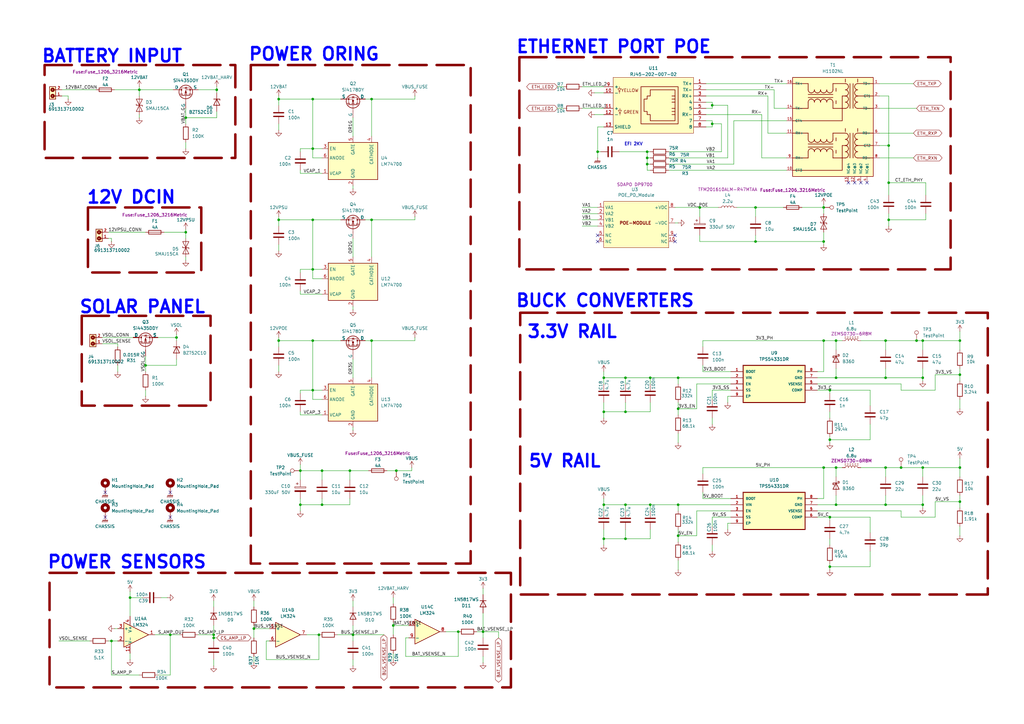
<source format=kicad_sch>
(kicad_sch (version 20250114) (generator "eeschema") (generator_version "9.0")
  (paper "A3")
  (title_block (title "ThingsGate-1_Power") (rev "1"))
  (rectangle (start 102.87 26.67) (end 193.04 231.14) (stroke (width 1.016) (type dash) (color 132 0 0 1)))
  (rectangle (start 18.288 26.67) (end 96.52 64.77) (stroke (width 1.016) (type dash) (color 132 0 0 1)))
  (rectangle (start 213.0153 23.4527) (end 389.8899 110.4899) (stroke (width 1.016) (type dash) (color 132 0 0 1)))
  (rectangle (start 33.528 129.54) (end 86.36 166.37) (stroke (width 1.016) (type dash) (color 132 0 0 1)))
  (rectangle (start 213.36 128.27) (end 405.13 243.84) (stroke (width 1.016) (type dash) (color 132 0 0 1)))
  (rectangle (start 36.068 85.09) (end 82.55 111.76) (stroke (width 1.016) (type dash) (color 132 0 0 1)))
  (rectangle (start 20.32 234.95) (end 209.55 281.94) (stroke (width 1.016) (type dash) (color 132 0 0 1)))
  (text "BUCK CONVERTERS" (at 248.158 123.444 0) (effects (font (size 5.08 5.08) (thickness 1.016) (bold yes))))
  (text "ETHERNET PORT POE" (at 251.714 19.304 0) (effects (font (size 5.08 5.08) (thickness 1.016) (bold yes))))
  (text "BATTERY INPUT" (at 45.974 23.114 0) (effects (font (size 5.08 5.08) (thickness 1.016) (bold yes))))
  (text "3.3V RAIL" (at 234.696 136.144 0) (effects (font (size 5.08 5.08) (thickness 1.016) (bold yes))))
  (text "POWER SENSORS\n" (at 52.07 230.632 0) (effects (font (size 5.08 5.08) (thickness 1.016) (bold yes))))
  (text "5V RAIL" (at 231.648 189.23 0) (effects (font (size 5.08 5.08) (thickness 1.016) (bold yes))))
  (text "SOLAR PANEL" (at 58.42 125.984 0) (effects (font (size 5.08 5.08) (thickness 1.016) (bold yes))))
  (text "EFI 2KV" (at 259.842 59.182 0) (effects (font (size 1.27 1.27) (thickness 0.254) (bold yes))))
  (text "12V DCIN" (at 53.848 81.026 0) (effects (font (size 5.08 5.08) (thickness 1.016) (bold yes))))
  (text "POWER ORING" (at 128.778 22.352 0) (effects (font (size 5.08 5.08) (thickness 1.016) (bold yes))))
  (junction (at 123.19 207.01))
  (junction (at 198.12 259.08))
  (junction (at 375.92 139.7))
  (junction (at 342.9 191.77))
  (junction (at 393.7 139.7))
  (junction (at 278.13 167.64))
  (junction (at 152.4 90.17))
  (junction (at 265.43 62.23))
  (junction (at 337.82 85.09))
  (junction (at 378.46 154.94))
  (junction (at 278.13 219.71))
  (junction (at 162.56 193.04))
  (junction (at 363.22 154.94))
  (junction (at 342.9 139.7))
  (junction (at 114.3 139.7))
  (junction (at 393.7 205.74))
  (junction (at 265.43 64.77))
  (junction (at 340.36 180.34))
  (junction (at 128.27 90.17))
  (junction (at 247.65 220.98))
  (junction (at 256.54 207.01))
  (junction (at 292.1 43.18))
  (junction (at 364.49 59.69))
  (junction (at 72.39 138.43))
  (junction (at 128.27 160.02))
  (junction (at 278.13 154.94))
  (junction (at 69.85 260.35))
  (junction (at 292.1 50.8))
  (junction (at 128.27 60.96))
  (junction (at 247.65 154.94))
  (junction (at 364.49 74.93))
  (junction (at 340.36 232.41))
  (junction (at 114.3 90.17))
  (junction (at 342.9 207.01))
  (junction (at 114.3 40.64))
  (junction (at 45.72 262.89))
  (junction (at 340.36 160.02))
  (junction (at 364.49 90.17))
  (junction (at 266.7 154.94))
  (junction (at 53.34 245.11))
  (junction (at 104.14 257.81))
  (junction (at 363.22 139.7))
  (junction (at 57.15 36.83))
  (junction (at 247.65 168.91))
  (junction (at 337.82 99.06))
  (junction (at 340.36 212.09))
  (junction (at 393.7 191.77))
  (junction (at 378.46 191.77))
  (junction (at 337.82 191.77))
  (junction (at 378.46 139.7))
  (junction (at 87.63 261.62))
  (junction (at 59.69 149.86))
  (junction (at 130.81 260.35))
  (junction (at 363.22 207.01))
  (junction (at 278.13 207.01))
  (junction (at 309.88 85.09))
  (junction (at 363.22 191.77))
  (junction (at 342.9 154.94))
  (junction (at 143.51 193.04))
  (junction (at 152.4 40.64))
  (junction (at 88.9 36.83))
  (junction (at 265.43 67.31))
  (junction (at 152.4 139.7))
  (junction (at 256.54 168.91))
  (junction (at 245.11 62.23))
  (junction (at 123.19 193.04))
  (junction (at 128.27 40.64))
  (junction (at 132.08 193.04))
  (junction (at 256.54 220.98))
  (junction (at 256.54 154.94))
  (junction (at 266.7 207.01))
  (junction (at 337.82 139.7))
  (junction (at 128.27 139.7))
  (junction (at 76.2 48.26))
  (junction (at 369.57 191.77))
  (junction (at 132.08 207.01))
  (junction (at 161.29 256.54))
  (junction (at 87.63 260.35))
  (junction (at 309.88 99.06))
  (junction (at 187.96 259.08))
  (junction (at 76.2 95.25))
  (junction (at 144.78 260.35))
  (junction (at 378.46 207.01))
  (junction (at 128.27 110.49))
  (junction (at 247.65 207.01))
  (junction (at 287.02 85.09))
  (junction (at 393.7 153.67))
  (no_connect (at 69.85 212.09))
  (no_connect (at 245.11 96.52))
  (no_connect (at 43.18 212.09))
  (no_connect (at 276.86 99.06))
  (no_connect (at 355.6 74.93))
  (no_connect (at 347.98 74.93))
  (no_connect (at 350.52 74.93))
  (no_connect (at 69.85 201.93))
  (no_connect (at 43.18 201.93))
  (no_connect (at 245.11 99.06))
  (no_connect (at 353.06 74.93))
  (no_connect (at 276.86 96.52))
  (wire (pts (xy 314.96 54.61) (xy 322.58 54.61)))
  (wire (pts (xy 72.39 138.43) (xy 64.77 138.43)))
  (wire (pts (xy 340.36 223.52) (xy 340.36 220.98)))
  (wire (pts (xy 245.11 62.23) (xy 246.38 62.23)))
  (wire (pts (xy 360.68 59.69) (xy 364.49 59.69)))
  (wire (pts (xy 161.29 256.54) (xy 161.29 260.35)))
  (wire (pts (xy 238.76 85.09) (xy 245.11 85.09)))
  (wire (pts (xy 48.26 140.97) (xy 48.26 142.24)))
  (wire (pts (xy 363.22 139.7) (xy 363.22 143.51)))
  (wire (pts (xy 266.7 207.01) (xy 266.7 209.55)))
  (wire (pts (xy 114.3 40.64) (xy 114.3 43.18)))
  (wire (pts (xy 144.78 76.2) (xy 144.78 77.47)))
  (wire (pts (xy 278.13 154.94) (xy 278.13 157.48)))
  (wire (pts (xy 57.15 36.83) (xy 57.15 39.37)))
  (wire (pts (xy 289.56 41.91) (xy 292.1 41.91)))
  (wire (pts (xy 76.2 48.26) (xy 88.9 48.26)))
  (wire (pts (xy 356.87 180.34) (xy 340.36 180.34)))
  (wire (pts (xy 247.65 165.1) (xy 247.65 168.91)))
  (wire (pts (xy 356.87 160.02) (xy 340.36 160.02)))
  (wire (pts (xy 342.9 154.94) (xy 363.22 154.94)))
  (wire (pts (xy 393.7 139.7) (xy 378.46 139.7)))
  (wire (pts (xy 393.7 205.74) (xy 393.7 208.28)))
  (wire (pts (xy 104.14 269.24) (xy 104.14 271.78)))
  (wire (pts (xy 356.87 166.37) (xy 356.87 160.02)))
  (wire (pts (xy 144.78 125.73) (xy 144.78 127)))
  (wire (pts (xy 48.26 149.86) (xy 48.26 152.4)))
  (wire (pts (xy 41.91 140.97) (xy 48.26 140.97)))
  (wire (pts (xy 72.39 149.86) (xy 72.39 147.32)))
  (wire (pts (xy 353.06 139.7) (xy 363.22 139.7)))
  (wire (pts (xy 45.72 262.89) (xy 48.26 262.89)))
  (wire (pts (xy 198.12 241.3) (xy 198.12 243.84)))
  (wire (pts (xy 274.32 67.31) (xy 300.99 67.31)))
  (wire (pts (xy 274.32 64.77) (xy 298.45 64.77)))
  (wire (pts (xy 278.13 233.68) (xy 278.13 229.87)))
  (wire (pts (xy 364.49 74.93) (xy 379.73 74.93)))
  (wire (pts (xy 299.72 160.02) (xy 292.1 160.02)))
  (wire (pts (xy 128.27 160.02) (xy 132.08 160.02)))
  (wire (pts (xy 288.29 204.47) (xy 288.29 201.93)))
  (wire (pts (xy 187.96 259.08) (xy 182.88 259.08)))
  (wire (pts (xy 238.76 44.45) (xy 247.65 44.45)))
  (wire (pts (xy 299.72 204.47) (xy 288.29 204.47)))
  (wire (pts (xy 265.43 62.23) (xy 266.7 62.23)))
  (wire (pts (xy 144.78 48.26) (xy 144.78 55.88)))
  (wire (pts (xy 123.19 170.18) (xy 132.08 170.18)))
  (wire (pts (xy 123.19 62.23) (xy 123.19 60.96)))
  (wire (pts (xy 292.1 52.07) (xy 289.56 52.07)))
  (wire (pts (xy 143.51 193.04) (xy 143.51 196.85)))
  (wire (pts (xy 276.86 91.44) (xy 278.13 91.44)))
  (wire (pts (xy 143.51 193.04) (xy 132.08 193.04)))
  (wire (pts (xy 158.75 193.04) (xy 162.56 193.04)))
  (wire (pts (xy 292.1 49.53) (xy 292.1 50.8)))
  (wire (pts (xy 67.31 95.25) (xy 76.2 95.25)))
  (wire (pts (xy 379.73 87.63) (xy 379.73 90.17)))
  (wire (pts (xy 123.19 207.01) (xy 132.08 207.01)))
  (wire (pts (xy 243.84 38.1) (xy 247.65 38.1)))
  (wire (pts (xy 238.76 92.71) (xy 245.11 92.71)))
  (wire (pts (xy 166.37 261.62) (xy 166.37 269.24)))
  (wire (pts (xy 128.27 114.3) (xy 128.27 110.49)))
  (wire (pts (xy 292.1 212.09) (xy 292.1 215.9)))
  (wire (pts (xy 342.9 191.77) (xy 345.44 191.77)))
  (wire (pts (xy 157.48 260.35) (xy 144.78 260.35)))
  (wire (pts (xy 378.46 151.13) (xy 378.46 154.94)))
  (wire (pts (xy 53.34 242.57) (xy 53.34 245.11)))
  (wire (pts (xy 335.28 160.02) (xy 340.36 160.02)))
  (wire (pts (xy 288.29 139.7) (xy 337.82 139.7)))
  (wire (pts (xy 128.27 139.7) (xy 139.7 139.7)))
  (wire (pts (xy 342.9 139.7) (xy 342.9 143.51)))
  (wire (pts (xy 110.49 262.89) (xy 109.22 262.89)))
  (wire (pts (xy 72.39 137.16) (xy 72.39 138.43)))
  (wire (pts (xy 302.26 85.09) (xy 309.88 85.09)))
  (wire (pts (xy 247.65 223.52) (xy 247.65 220.98)))
  (wire (pts (xy 114.3 149.86) (xy 114.3 152.4)))
  (wire (pts (xy 363.22 139.7) (xy 375.92 139.7)))
  (wire (pts (xy 247.65 171.45) (xy 247.65 168.91)))
  (wire (pts (xy 266.7 168.91) (xy 266.7 165.1)))
  (wire (pts (xy 123.19 204.47) (xy 123.19 207.01)))
  (wire (pts (xy 393.7 187.96) (xy 393.7 191.77)))
  (wire (pts (xy 104.14 246.38) (xy 104.14 248.92)))
  (wire (pts (xy 114.3 40.64) (xy 128.27 40.64)))
  (wire (pts (xy 41.91 138.43) (xy 54.61 138.43)))
  (wire (pts (xy 132.08 193.04) (xy 123.19 193.04)))
  (wire (pts (xy 87.63 256.54) (xy 87.63 260.35)))
  (wire (pts (xy 340.36 233.68) (xy 340.36 232.41)))
  (wire (pts (xy 198.12 259.08) (xy 204.47 259.08)))
  (wire (pts (xy 309.88 85.09) (xy 321.31 85.09)))
  (wire (pts (xy 204.47 261.62) (xy 204.47 259.08)))
  (wire (pts (xy 123.19 60.96) (xy 128.27 60.96)))
  (wire (pts (xy 152.4 139.7) (xy 152.4 154.94)))
  (wire (pts (xy 132.08 204.47) (xy 132.08 207.01)))
  (wire (pts (xy 292.1 50.8) (xy 292.1 52.07)))
  (wire (pts (xy 161.29 245.11) (xy 161.29 247.65)))
  (wire (pts (xy 322.58 49.53) (xy 300.99 49.53)))
  (wire (pts (xy 378.46 203.2) (xy 378.46 207.01)))
  (wire (pts (xy 374.65 64.77) (xy 360.68 64.77)))
  (wire (pts (xy 337.82 152.4) (xy 335.28 152.4)))
  (wire (pts (xy 256.54 165.1) (xy 256.54 168.91)))
  (wire (pts (xy 369.57 160.02) (xy 383.54 160.02)))
  (wire (pts (xy 393.7 167.64) (xy 393.7 163.83)))
  (wire (pts (xy 168.91 191.77) (xy 168.91 193.04)))
  (wire (pts (xy 123.19 111.76) (xy 123.19 110.49)))
  (wire (pts (xy 265.43 69.85) (xy 266.7 69.85)))
  (wire (pts (xy 374.65 54.61) (xy 360.68 54.61)))
  (wire (pts (xy 287.02 85.09) (xy 287.02 88.9)))
  (wire (pts (xy 44.45 97.79) (xy 45.72 97.79)))
  (wire (pts (xy 114.3 90.17) (xy 114.3 92.71)))
  (wire (pts (xy 149.86 90.17) (xy 152.4 90.17)))
  (wire (pts (xy 364.49 39.37) (xy 364.49 59.69)))
  (wire (pts (xy 87.63 261.62) (xy 87.63 260.35)))
  (wire (pts (xy 356.87 218.44) (xy 356.87 212.09)))
  (wire (pts (xy 256.54 168.91) (xy 266.7 168.91)))
  (wire (pts (xy 228.6 44.45) (xy 231.14 44.45)))
  (wire (pts (xy 144.78 256.54) (xy 144.78 260.35)))
  (wire (pts (xy 132.08 163.83) (xy 128.27 163.83)))
  (wire (pts (xy 238.76 87.63) (xy 245.11 87.63)))
  (wire (pts (xy 314.96 39.37) (xy 314.96 54.61)))
  (wire (pts (xy 265.43 67.31) (xy 265.43 64.77)))
  (wire (pts (xy 132.08 114.3) (xy 128.27 114.3)))
  (wire (pts (xy 161.29 256.54) (xy 167.64 256.54)))
  (wire (pts (xy 393.7 151.13) (xy 393.7 153.67)))
  (wire (pts (xy 298.45 43.18) (xy 298.45 64.77)))
  (wire (pts (xy 114.3 139.7) (xy 128.27 139.7)))
  (wire (pts (xy 76.2 93.98) (xy 76.2 95.25)))
  (wire (pts (xy 356.87 173.99) (xy 356.87 180.34)))
  (wire (pts (xy 287.02 85.09) (xy 294.64 85.09)))
  (wire (pts (xy 288.29 194.31) (xy 288.29 191.77)))
  (wire (pts (xy 123.19 168.91) (xy 123.19 170.18)))
  (wire (pts (xy 337.82 204.47) (xy 335.28 204.47)))
  (wire (pts (xy 292.1 160.02) (xy 292.1 163.83)))
  (wire (pts (xy 195.58 259.08) (xy 198.12 259.08)))
  (wire (pts (xy 317.5 44.45) (xy 317.5 36.83)))
  (wire (pts (xy 59.69 149.86) (xy 59.69 152.4)))
  (wire (pts (xy 104.14 257.81) (xy 104.14 261.62)))
  (wire (pts (xy 312.42 64.77) (xy 322.58 64.77)))
  (wire (pts (xy 123.19 207.01) (xy 123.19 209.55)))
  (wire (pts (xy 114.3 88.9) (xy 114.3 90.17)))
  (wire (pts (xy 274.32 62.23) (xy 295.91 62.23)))
  (wire (pts (xy 342.9 139.7) (xy 345.44 139.7)))
  (wire (pts (xy 76.2 95.25) (xy 76.2 97.79)))
  (wire (pts (xy 45.72 97.79) (xy 45.72 99.06)))
  (wire (pts (xy 88.9 48.26) (xy 88.9 45.72)))
  (wire (pts (xy 292.1 223.52) (xy 292.1 226.06)))
  (wire (pts (xy 63.5 260.35) (xy 69.85 260.35)))
  (wire (pts (xy 292.1 44.45) (xy 289.56 44.45)))
  (wire (pts (xy 278.13 217.17) (xy 278.13 219.71)))
  (wire (pts (xy 25.4 36.83) (xy 39.37 36.83)))
  (wire (pts (xy 87.63 261.62) (xy 87.63 262.89)))
  (wire (pts (xy 266.7 220.98) (xy 266.7 217.17)))
  (wire (pts (xy 130.81 270.51) (xy 130.81 260.35)))
  (wire (pts (xy 57.15 46.99) (xy 57.15 48.26)))
  (wire (pts (xy 299.72 152.4) (xy 288.29 152.4)))
  (wire (pts (xy 342.9 207.01) (xy 363.22 207.01)))
  (wire (pts (xy 88.9 261.62) (xy 87.63 261.62)))
  (wire (pts (xy 369.57 212.09) (xy 383.54 212.09)))
  (wire (pts (xy 162.56 193.04) (xy 168.91 193.04)))
  (wire (pts (xy 337.82 191.77) (xy 342.9 191.77)))
  (wire (pts (xy 378.46 154.94) (xy 378.46 156.21)))
  (wire (pts (xy 393.7 139.7) (xy 393.7 143.51)))
  (wire (pts (xy 309.88 85.09) (xy 309.88 88.9)))
  (wire (pts (xy 69.85 276.86) (xy 69.85 260.35)))
  (wire (pts (xy 247.65 204.47) (xy 247.65 207.01)))
  (wire (pts (xy 59.69 146.05) (xy 59.69 149.86)))
  (wire (pts (xy 299.72 209.55) (xy 285.75 209.55)))
  (wire (pts (xy 265.43 67.31) (xy 266.7 67.31)))
  (wire (pts (xy 45.72 276.86) (xy 57.15 276.86)))
  (wire (pts (xy 265.43 64.77) (xy 265.43 62.23)))
  (wire (pts (xy 289.56 46.99) (xy 312.42 46.99)))
  (wire (pts (xy 256.54 154.94) (xy 266.7 154.94)))
  (wire (pts (xy 393.7 203.2) (xy 393.7 205.74)))
  (wire (pts (xy 287.02 99.06) (xy 287.02 96.52)))
  (wire (pts (xy 123.19 193.04) (xy 123.19 196.85)))
  (wire (pts (xy 44.45 95.25) (xy 59.69 95.25)))
  (wire (pts (xy 152.4 90.17) (xy 152.4 105.41)))
  (wire (pts (xy 266.7 207.01) (xy 278.13 207.01)))
  (wire (pts (xy 309.88 96.52) (xy 309.88 99.06)))
  (wire (pts (xy 337.82 139.7) (xy 337.82 152.4)))
  (wire (pts (xy 152.4 40.64) (xy 152.4 55.88)))
  (wire (pts (xy 57.15 36.83) (xy 71.12 36.83)))
  (wire (pts (xy 128.27 110.49) (xy 132.08 110.49)))
  (wire (pts (xy 114.3 139.7) (xy 114.3 142.24)))
  (wire (pts (xy 46.99 36.83) (xy 57.15 36.83)))
  (wire (pts (xy 76.2 105.41) (xy 76.2 106.68)))
  (wire (pts (xy 265.43 69.85) (xy 265.43 67.31)))
  (wire (pts (xy 337.82 139.7) (xy 342.9 139.7)))
  (wire (pts (xy 317.5 36.83) (xy 289.56 36.83)))
  (wire (pts (xy 161.29 267.97) (xy 161.29 270.51)))
  (wire (pts (xy 383.54 153.67) (xy 383.54 160.02)))
  (wire (pts (xy 123.19 120.65) (xy 132.08 120.65)))
  (wire (pts (xy 288.29 191.77) (xy 337.82 191.77)))
  (wire (pts (xy 45.72 276.86) (xy 45.72 262.89)))
  (wire (pts (xy 393.7 135.89) (xy 393.7 139.7)))
  (wire (pts (xy 149.86 139.7) (xy 152.4 139.7)))
  (wire (pts (xy 170.18 138.43) (xy 170.18 139.7)))
  (wire (pts (xy 247.65 168.91) (xy 256.54 168.91)))
  (wire (pts (xy 340.36 180.34) (xy 340.36 179.07)))
  (wire (pts (xy 44.45 262.89) (xy 45.72 262.89)))
  (wire (pts (xy 128.27 160.02) (xy 128.27 139.7)))
  (wire (pts (xy 289.56 49.53) (xy 292.1 49.53)))
  (wire (pts (xy 278.13 154.94) (xy 299.72 154.94)))
  (wire (pts (xy 104.14 257.81) (xy 110.49 257.81)))
  (wire (pts (xy 53.34 245.11) (xy 58.42 245.11)))
  (wire (pts (xy 256.54 207.01) (xy 256.54 209.55)))
  (wire (pts (xy 299.72 157.48) (xy 285.75 157.48)))
  (wire (pts (xy 292.1 43.18) (xy 292.1 44.45)))
  (wire (pts (xy 138.43 260.35) (xy 144.78 260.35)))
  (wire (pts (xy 337.82 191.77) (xy 337.82 204.47)))
  (wire (pts (xy 340.36 171.45) (xy 340.36 168.91)))
  (wire (pts (xy 360.68 44.45) (xy 375.92 44.45)))
  (wire (pts (xy 247.65 207.01) (xy 247.65 209.55)))
  (wire (pts (xy 356.87 226.06) (xy 356.87 232.41)))
  (wire (pts (xy 128.27 60.96) (xy 132.08 60.96)))
  (wire (pts (xy 312.42 46.99) (xy 312.42 64.77)))
  (wire (pts (xy 256.54 220.98) (xy 266.7 220.98)))
  (wire (pts (xy 360.68 39.37) (xy 364.49 39.37)))
  (wire (pts (xy 266.7 154.94) (xy 266.7 157.48)))
  (wire (pts (xy 298.45 217.17) (xy 298.45 214.63)))
  (wire (pts (xy 266.7 154.94) (xy 278.13 154.94)))
  (wire (pts (xy 369.57 209.55) (xy 369.57 212.09)))
  (wire (pts (xy 393.7 153.67) (xy 393.7 156.21)))
  (wire (pts (xy 88.9 36.83) (xy 81.28 36.83)))
  (wire (pts (xy 378.46 139.7) (xy 378.46 143.51)))
  (wire (pts (xy 247.65 154.94) (xy 247.65 157.48)))
  (wire (pts (xy 198.12 259.08) (xy 198.12 261.62)))
  (wire (pts (xy 298.45 165.1) (xy 298.45 162.56)))
  (wire (pts (xy 288.29 142.24) (xy 288.29 139.7)))
  (wire (pts (xy 342.9 154.94) (xy 342.9 151.13)))
  (wire (pts (xy 364.49 92.71) (xy 364.49 90.17)))
  (wire (pts (xy 278.13 165.1) (xy 278.13 167.64)))
  (wire (pts (xy 299.72 212.09) (xy 292.1 212.09)))
  (wire (pts (xy 72.39 138.43) (xy 72.39 139.7)))
  (wire (pts (xy 132.08 207.01) (xy 143.51 207.01)))
  (wire (pts (xy 87.63 246.38) (xy 87.63 248.92)))
  (wire (pts (xy 128.27 60.96) (xy 128.27 40.64)))
  (wire (pts (xy 335.28 207.01) (xy 342.9 207.01)))
  (wire (pts (xy 144.78 246.38) (xy 144.78 248.92)))
  (wire (pts (xy 254 62.23) (xy 265.43 62.23)))
  (wire (pts (xy 393.7 191.77) (xy 393.7 195.58)))
  (wire (pts (xy 152.4 90.17) (xy 170.18 90.17)))
  (wire (pts (xy 76.2 44.45) (xy 76.2 48.26)))
  (wire (pts (xy 114.3 50.8) (xy 114.3 53.34)))
  (wire (pts (xy 379.73 80.01) (xy 379.73 74.93)))
  (wire (pts (xy 322.58 44.45) (xy 317.5 44.45)))
  (wire (pts (xy 363.22 203.2) (xy 363.22 207.01)))
  (wire (pts (xy 369.57 157.48) (xy 369.57 160.02)))
  (wire (pts (xy 27.94 39.37) (xy 27.94 40.64)))
  (wire (pts (xy 149.86 40.64) (xy 152.4 40.64)))
  (wire (pts (xy 340.36 160.02) (xy 340.36 161.29)))
  (wire (pts (xy 256.54 154.94) (xy 247.65 154.94)))
  (wire (pts (xy 393.7 219.71) (xy 393.7 215.9)))
  (wire (pts (xy 123.19 69.85) (xy 123.19 71.12)))
  (wire (pts (xy 109.22 270.51) (xy 130.81 270.51)))
  (wire (pts (xy 364.49 74.93) (xy 364.49 80.01)))
  (wire (pts (xy 256.54 217.17) (xy 256.54 220.98)))
  (wire (pts (xy 353.06 191.77) (xy 363.22 191.77)))
  (wire (pts (xy 198.12 251.46) (xy 198.12 259.08)))
  (wire (pts (xy 278.13 207.01) (xy 278.13 209.55)))
  (wire (pts (xy 363.22 207.01) (xy 378.46 207.01)))
  (wire (pts (xy 170.18 88.9) (xy 170.18 90.17)))
  (wire (pts (xy 123.19 161.29) (xy 123.19 160.02)))
  (wire (pts (xy 289.56 39.37) (xy 314.96 39.37)))
  (wire (pts (xy 53.34 267.97) (xy 53.34 270.51)))
  (wire (pts (xy 88.9 35.56) (xy 88.9 36.83)))
  (wire (pts (xy 342.9 207.01) (xy 342.9 203.2)))
  (wire (pts (xy 53.34 245.11) (xy 53.34 252.73)))
  (wire (pts (xy 88.9 36.83) (xy 88.9 38.1)))
  (wire (pts (xy 340.36 212.09) (xy 340.36 213.36)))
  (wire (pts (xy 24.13 262.89) (xy 36.83 262.89)))
  (wire (pts (xy 265.43 64.77) (xy 266.7 64.77)))
  (wire (pts (xy 278.13 167.64) (xy 278.13 170.18)))
  (wire (pts (xy 81.28 260.35) (xy 87.63 260.35)))
  (wire (pts (xy 276.86 85.09) (xy 287.02 85.09)))
  (wire (pts (xy 337.82 99.06) (xy 337.82 100.33)))
  (wire (pts (xy 25.4 39.37) (xy 27.94 39.37)))
  (wire (pts (xy 363.22 191.77) (xy 363.22 195.58)))
  (wire (pts (xy 247.65 217.17) (xy 247.65 220.98)))
  (wire (pts (xy 287.02 99.06) (xy 309.88 99.06)))
  (wire (pts (xy 247.65 152.4) (xy 247.65 154.94)))
  (wire (pts (xy 245.11 52.07) (xy 245.11 62.23)))
  (wire (pts (xy 340.36 181.61) (xy 340.36 180.34)))
  (wire (pts (xy 256.54 207.01) (xy 266.7 207.01)))
  (wire (pts (xy 300.99 49.53) (xy 300.99 67.31)))
  (wire (pts (xy 285.75 157.48) (xy 285.75 167.64)))
  (wire (pts (xy 76.2 48.26) (xy 76.2 50.8)))
  (wire (pts (xy 337.82 83.82) (xy 337.82 85.09)))
  (wire (pts (xy 364.49 90.17) (xy 379.73 90.17)))
  (wire (pts (xy 292.1 43.18) (xy 298.45 43.18)))
  (wire (pts (xy 143.51 207.01) (xy 143.51 204.47)))
  (wire (pts (xy 128.27 40.64) (xy 139.7 40.64)))
  (wire (pts (xy 243.84 46.99) (xy 247.65 46.99)))
  (wire (pts (xy 393.7 205.74) (xy 383.54 205.74)))
  (wire (pts (xy 152.4 40.64) (xy 170.18 40.64)))
  (wire (pts (xy 363.22 191.77) (xy 369.57 191.77)))
  (wire (pts (xy 298.45 162.56) (xy 299.72 162.56)))
  (wire (pts (xy 238.76 90.17) (xy 245.11 90.17)))
  (wire (pts (xy 128.27 64.77) (xy 128.27 60.96)))
  (wire (pts (xy 393.7 153.67) (xy 383.54 153.67)))
  (wire (pts (xy 378.46 191.77) (xy 378.46 195.58)))
  (wire (pts (xy 109.22 262.89) (xy 109.22 270.51)))
  (wire (pts (xy 285.75 209.55) (xy 285.75 219.71)))
  (wire (pts (xy 278.13 219.71) (xy 285.75 219.71)))
  (wire (pts (xy 166.37 269.24) (xy 187.96 269.24)))
  (wire (pts (xy 374.65 34.29) (xy 360.68 34.29)))
  (wire (pts (xy 66.04 245.11) (xy 68.58 245.11)))
  (wire (pts (xy 144.78 260.35) (xy 144.78 262.89)))
  (wire (pts (xy 130.81 260.35) (xy 125.73 260.35)))
  (wire (pts (xy 59.69 149.86) (xy 72.39 149.86)))
  (wire (pts (xy 238.76 35.56) (xy 247.65 35.56)))
  (wire (pts (xy 144.78 147.32) (xy 144.78 154.94)))
  (wire (pts (xy 144.78 175.26) (xy 144.78 176.53)))
  (wire (pts (xy 170.18 39.37) (xy 170.18 40.64)))
  (wire (pts (xy 363.22 151.13) (xy 363.22 154.94)))
  (wire (pts (xy 335.28 154.94) (xy 342.9 154.94)))
  (wire (pts (xy 128.27 163.83) (xy 128.27 160.02)))
  (wire (pts (xy 309.88 99.06) (xy 337.82 99.06)))
  (wire (pts (xy 144.78 97.79) (xy 144.78 105.41)))
  (wire (pts (xy 198.12 269.24) (xy 198.12 271.78)))
  (wire (pts (xy 256.54 154.94) (xy 256.54 157.48)))
  (wire (pts (xy 356.87 212.09) (xy 340.36 212.09)))
  (wire (pts (xy 187.96 269.24) (xy 187.96 259.08)))
  (wire (pts (xy 278.13 207.01) (xy 299.72 207.01)))
  (wire (pts (xy 87.63 273.05) (xy 87.63 270.51)))
  (wire (pts (xy 247.65 52.07) (xy 245.11 52.07)))
  (wire (pts (xy 104.14 256.54) (xy 104.14 257.81)))
  (wire (pts (xy 298.45 214.63) (xy 299.72 214.63)))
  (wire (pts (xy 132.08 193.04) (xy 132.08 196.85)))
  (wire (pts (xy 363.22 154.94) (xy 378.46 154.94)))
  (wire (pts (xy 76.2 58.42) (xy 76.2 60.96)))
  (wire (pts (xy 64.77 276.86) (xy 69.85 276.86)))
  (wire (pts (xy 114.3 138.43) (xy 114.3 139.7)))
  (wire (pts (xy 144.78 273.05) (xy 144.78 270.51)))
  (wire (pts (xy 337.82 85.09) (xy 337.82 87.63)))
  (wire (pts (xy 335.28 212.09) (xy 340.36 212.09)))
  (wire (pts (xy 128.27 90.17) (xy 139.7 90.17)))
  (wire (pts (xy 369.57 191.77) (xy 378.46 191.77)))
  (wire (pts (xy 364.49 90.17) (xy 364.49 87.63)))
  (wire (pts (xy 278.13 181.61) (xy 278.13 177.8)))
  (wire (pts (xy 114.3 39.37) (xy 114.3 40.64)))
  (wire (pts (xy 337.82 95.25) (xy 337.82 99.06)))
  (wire (pts (xy 278.13 219.71) (xy 278.13 222.25)))
  (wire (pts (xy 342.9 191.77) (xy 342.9 195.58)))
  (wire (pts (xy 123.19 190.5) (xy 123.19 193.04)))
  (wire (pts (xy 295.91 50.8) (xy 295.91 62.23)))
  (wire (pts (xy 393.7 191.77) (xy 378.46 191.77)))
  (wire (pts (xy 364.49 59.69) (xy 364.49 74.93)))
  (wire (pts (xy 356.87 232.41) (xy 340.36 232.41)))
  (wire (pts (xy 292.1 50.8) (xy 295.91 50.8)))
  (wire (pts (xy 123.19 119.38) (xy 123.19 120.65)))
  (wire (pts (xy 59.69 160.02) (xy 59.69 162.56)))
  (wire (pts (xy 123.19 160.02) (xy 128.27 160.02)))
  (wire (pts (xy 292.1 41.91) (xy 292.1 43.18)))
  (wire (pts (xy 335.28 157.48) (xy 369.57 157.48)))
  (wire (pts (xy 161.29 255.27) (xy 161.29 256.54)))
  (wire (pts (xy 128.27 110.49) (xy 128.27 90.17)))
  (wire (pts (xy 375.92 139.7) (xy 378.46 139.7)))
  (wire (pts (xy 256.54 207.01) (xy 247.65 207.01)))
  (wire (pts (xy 288.29 152.4) (xy 288.29 149.86)))
  (wire (pts (xy 123.19 110.49) (xy 128.27 110.49)))
  (wire (pts (xy 123.19 71.12) (xy 132.08 71.12)))
  (wire (pts (xy 292.1 171.45) (xy 292.1 173.99)))
  (wire (pts (xy 69.85 260.35) (xy 73.66 260.35)))
  (wire (pts (xy 228.6 35.56) (xy 231.14 35.56)))
  (wire (pts (xy 245.11 62.23) (xy 245.11 64.77)))
  (wire (pts (xy 132.08 64.77) (xy 128.27 64.77)))
  (wire (pts (xy 167.64 261.62) (xy 166.37 261.62)))
  (wire (pts (xy 46.99 257.81) (xy 48.26 257.81)))
  (wire (pts (xy 152.4 139.7) (xy 170.18 139.7)))
  (wire (pts (xy 278.13 167.64) (xy 285.75 167.64)))
  (wire (pts (xy 57.15 35.56) (xy 57.15 36.83)))
  (wire (pts (xy 328.93 85.09) (xy 337.82 85.09)))
  (wire (pts (xy 274.32 69.85) (xy 322.58 69.85)))
  (wire (pts (xy 114.3 90.17) (xy 128.27 90.17)))
  (wire (pts (xy 378.46 207.01) (xy 378.46 208.28)))
  (wire (pts (xy 335.28 209.55) (xy 369.57 209.55)))
  (wire (pts (xy 340.36 232.41) (xy 340.36 231.14)))
  (wire (pts (xy 383.54 205.74) (xy 383.54 212.09)))
  (wire (pts (xy 151.13 193.04) (xy 143.51 193.04)))
  (wire (pts (xy 114.3 100.33) (xy 114.3 102.87)))
  (wire (pts (xy 289.56 34.29) (xy 322.58 34.29)))
  (wire (pts (xy 247.65 220.98) (xy 256.54 220.98)))
  (label "VBAT_G" (at 76.2 50.8 90))
  (label "CT_ETH_PHY" (at 367.03 74.93 0))
  (label "TX-" (at 317.5 36.83 180))
  (label "12VPSU_CONN" (at 44.45 95.25 0))
  (label "S_AMP_OUT" (at 64.77 260.35 0))
  (label "5V_SS" (at 292.1 212.09 0))
  (label "VSOL_CONN" (at 41.91 138.43 0))
  (label "5V_BOOT" (at 288.29 204.47 0))
  (label "VCAP_2" (at 124.46 120.65 0))
  (label "OR2G" (at 144.78 104.14 90))
  (label "VSOL_SENSE" (at 24.13 262.89 0))
  (label "CS_AMP_LP" (at 81.28 260.35 0))
  (label "ETH_LED_1" (at 238.76 44.45 0))
  (label "RX+" (at 314.96 39.37 180))
  (label "VA1" (at 293.37 67.31 180))
  (label "TX+" (at 317.5 34.29 0))
  (label "S_AMP_P" (at 45.72 276.86 0))
  (label "BAT_VSENSE" (at 161.29 256.54 0))
  (label "3V3_BOOT" (at 288.29 152.4 0))
  (label "VB1" (at 238.76 90.17 0))
  (label "ETH_LED_2" (at 238.76 35.56 0))
  (label "BUS_VSENSE_N" (at 113.03 270.51 0))
  (label "VCAP_1" (at 124.46 71.12 0))
  (label "VA2" (at 293.37 69.85 180))
  (label "3V3_SS" (at 292.1 160.02 0))
  (label "VB2" (at 289.56 62.23 0))
  (label "VSOL_SENSE" (at 41.91 140.97 0))
  (label "VA1" (at 238.76 85.09 0))
  (label "VSOL_G" (at 59.69 152.4 90))
  (label "12VBAT_CONN" (at 26.67 36.83 0))
  (label "5V_VS" (at 383.54 205.74 0))
  (label "OR1G" (at 144.78 54.61 90))
  (label "3V3_EN" (at 278.13 167.64 0))
  (label "BAT_VSENSE_N" (at 168.91 269.24 0))
  (label "BAT_VSENSE_LP" (at 195.58 259.08 0))
  (label "5V_PH" (at 309.88 191.77 0))
  (label "VB1" (at 289.56 64.77 0))
  (label "OR3G" (at 144.78 153.67 90))
  (label "RX-" (at 312.42 46.99 180) (property "Netclass" "Default" (effects (hide yes))))
  (label "3V3_PH" (at 309.88 139.7 0))
  (label "VDC_POE" (at 281.94 85.09 0))
  (label "BUS_VSENSE_LP" (at 139.7 260.35 0))
  (label "3V3_VS" (at 383.54 153.67 0))
  (label "3V3_C" (at 335.28 160.02 0))
  (label "5V_C" (at 335.28 212.09 0))
  (label "VCAP_3" (at 124.46 170.18 0))
  (label "VB2" (at 238.76 92.71 0))
  (label "5V_EN" (at 278.13 219.71 0))
  (label "BUS_VSENSE" (at 104.14 257.81 0))
  (label "VA2" (at 238.76 87.63 0))
  (global_label "ETH_LED1" (shape bidirectional) (at 228.6 44.45 180) (property "Intersheetrefs" "${INTERSHEET_REFS}" (effects (hide yes))))
  (global_label "ETH_TXN" (shape bidirectional) (at 375.92 44.45 0) (property "Intersheetrefs" "${INTERSHEET_REFS}" (effects (hide yes))))
  (global_label "BUS_VSENSE_LP" (shape bidirectional) (at 157.48 260.35 270) (property "Intersheetrefs" "${INTERSHEET_REFS}" (effects (hide yes))))
  (global_label "ETH_RXP" (shape bidirectional) (at 374.65 54.61 0) (property "Intersheetrefs" "${INTERSHEET_REFS}" (effects (hide yes))))
  (global_label "CS_AMP_LP" (shape bidirectional) (at 88.9 261.62 0) (property "Intersheetrefs" "${INTERSHEET_REFS}" (effects (hide yes))))
  (global_label "ETH_LED2" (shape bidirectional) (at 228.6 35.56 180) (property "Intersheetrefs" "${INTERSHEET_REFS}" (effects (hide yes))))
  (global_label "BAT_VSENSE_LP" (shape bidirectional) (at 204.47 261.62 270) (property "Intersheetrefs" "${INTERSHEET_REFS}" (effects (hide yes))))
  (global_label "ETH_RXN" (shape bidirectional) (at 374.65 64.77 0) (property "Intersheetrefs" "${INTERSHEET_REFS}" (effects (hide yes))))
  (global_label "ETH_TXP" (shape bidirectional) (at 374.65 34.29 0) (property "Intersheetrefs" "${INTERSHEET_REFS}" (effects (hide yes))))
  (symbol (lib_id "ThingsGate-1:Si4178DY") (at 144.78 43.18 270) (mirror x) (unit 1)
    (property "Reference" "Q2" (at 144.78 34.29 90))
    (property "Value" "Si4178DY" (at 144.78 36.83 90))
    (property "Footprint" "ThingsGate-1:SO-8_3.9x4.9mm_P1.27mm" (effects (hide yes)))
    (property "Description" "N-MOSFET" (effects (hide yes)))
  )
  (symbol (lib_id "power:GND") (at 48.26 152.4 0) (unit 1)
    (property "Reference" "#PWR065" (effects (hide yes)))
    (property "Value" "GND" (effects (hide yes)))
    (property "Description" "Power symbol creates a global label with name \"GND\" , ground" (effects (hide yes)))
  )
  (symbol (lib_id "Device:R") (at 60.96 276.86 90) (unit 1)
    (property "Reference" "R34" (at 66.294 275.59 90))
    (property "Value" "100K" (at 66.294 278.13 90))
    (property "Footprint" "Resistor_SMD:R_0603_1608Metric" (effects (hide yes)))
    (property "Description" "Resistor" (effects (hide yes)))
  )
  (symbol (lib_id "power:GND") (at 57.15 48.26 0) (unit 1)
    (property "Reference" "#PWR02" (effects (hide yes)))
    (property "Value" "GND" (effects (hide yes)))
    (property "Description" "Power symbol creates a global label with name \"GND\" , ground" (effects (hide yes)))
  )
  (symbol (lib_id "Device:D_Zener") (at 88.9 41.91 270) (unit 1)
    (property "Reference" "D6" (at 84.582 44.196 90) (effects (justify left)))
    (property "Value" "BZT52C10" (at 77.47 45.974 90) (effects (justify left)))
    (property "Footprint" "Diode_SMD:D_SOD-123" (effects (hide yes)))
    (property "Description" "Zener diode" (effects (hide yes)))
  )
  (symbol (lib_id "power:VDD") (at 72.39 137.16 0) (unit 1)
    (property "Reference" "#PWR09" (effects (hide yes)))
    (property "Value" "VSOL" (at 72.39 133.35 0))
    (property "Description" "Power symbol creates a global label with name \"VDD\"" (effects (hide yes)))
  )
  (symbol (lib_id "Device:C") (at 123.19 66.04 0) (mirror y) (unit 1)
    (property "Reference" "C2" (at 119.38 64.7699 0) (effects (justify left)))
    (property "Value" "100n" (at 119.38 67.3099 0) (effects (justify left)))
    (property "Footprint" "Capacitor_SMD:C_0603_1608Metric" (effects (hide yes)))
    (property "Description" "Unpolarized capacitor" (effects (hide yes)))
  )
  (symbol (lib_id "power:VDD") (at 247.65 204.47 0) (unit 1)
    (property "Reference" "#PWR042" (effects (hide yes)))
    (property "Value" "VBUS" (at 247.65 200.66 0))
    (property "Description" "Power symbol creates a global label with name \"VDD\"" (effects (hide yes)))
  )
  (symbol (lib_id "Device:C") (at 363.22 147.32 0) (unit 1)
    (property "Reference" "C14" (at 367.03 146.0499 0) (effects (justify left)))
    (property "Value" "47u" (at 367.03 148.5899 0) (effects (justify left)))
    (property "Footprint" "Capacitor_SMD:C_0805_2012Metric" (effects (hide yes)))
    (property "Description" "Unpolarized capacitor" (effects (hide yes)))
  )
  (symbol (lib_id "Connector:TestPoint") (at 337.82 85.09 270) (unit 1)
    (property "Reference" "TP5" (at 342.9 83.8199 90) (effects (justify left)))
    (property "Value" "TestPoint" (at 342.9 86.3599 90) (effects (justify left)))
    (property "Footprint" "TestPoint:TestPoint_Pad_D1.5mm" (effects (hide yes)))
    (property "Description" "test point" (effects (hide yes)))
  )
  (symbol (lib_id "Device:C") (at 250.19 62.23 90) (unit 1)
    (property "Reference" "C7" (at 250.19 54.61 90))
    (property "Value" "1n" (at 250.19 57.15 90))
    (property "Footprint" "Capacitor_SMD:C_1206_3216Metric" (effects (hide yes)))
    (property "Description" "Unpolarized capacitor" (effects (hide yes)))
  )
  (symbol (lib_id "power:GND") (at 53.34 270.51 0) (unit 1)
    (property "Reference" "#PWR07" (effects (hide yes)))
    (property "Value" "GND" (effects (hide yes)))
    (property "Description" "Power symbol creates a global label with name \"GND\" , ground" (effects (hide yes)))
  )
  (symbol (lib_id "ThingsGate-1:POE_PD_Module") (at 260.35 101.6 0) (unit 1)
    (property "Reference" "U3" (at 260.35 77.724 0))
    (property "Value" "POE_PD_Module" (at 260.985 80.01 0))
    (property "Footprint" "ThingsGate-1:SDAPO_DP9700" (effects (hide yes)))
    (property "Part" "SDAPO DP9700" (at 260.35 75.692 0))
  )
  (symbol (lib_id "Device:L") (at 298.45 85.09 90) (unit 1)
    (property "Reference" "L4" (at 298.45 80.01 90))
    (property "Value" "2.2u" (at 298.45 82.55 90))
    (property "Footprint" "ThingsGate-1:L_0805_2016" (effects (hide yes)))
    (property "Description" "TFM201610ALM-R47MTAA" (at 298.45 77.724 90))
  )
  (symbol (lib_id "power:GND") (at 247.65 223.52 0) (unit 1)
    (property "Reference" "#PWR043" (effects (hide yes)))
    (property "Value" "GND" (effects (hide yes)))
    (property "Description" "Power symbol creates a global label with name \"GND\" , ground" (effects (hide yes)))
  )
  (symbol (lib_id "power:GND") (at 198.12 271.78 0) (unit 1)
    (property "Reference" "#PWR078" (effects (hide yes)))
    (property "Value" "GND" (effects (hide yes)))
    (property "Description" "Power symbol creates a global label with name \"GND\" , ground" (effects (hide yes)))
  )
  (symbol (lib_id "power:GND") (at 114.3 152.4 0) (unit 1)
    (property "Reference" "#PWR021" (effects (hide yes)))
    (property "Value" "GND" (effects (hide yes)))
    (property "Description" "Power symbol creates a global label with name \"GND\" , ground" (effects (hide yes)))
  )
  (symbol (lib_id "Diode:1N4148WS") (at 144.78 252.73 270) (unit 1)
    (property "Reference" "D10" (at 151.638 254.254 90))
    (property "Value" "1N5817WS" (at 151.638 251.714 90))
    (property "Footprint" "Diode_SMD:D_SOD-323" (effects (hide yes)))
    (property "Datasheet" "https://www.vishay.com/docs/85751/1n4148ws.pdf" (effects (hide yes)))
    (property "Description" "75V 0.15A Fast switching Diode, SOD-323" (effects (hide yes)))
    (property "Sim.Device" "D" (effects (hide yes)))
    (property "Sim.Pins" "1=K 2=A" (effects (hide yes)))
  )
  (symbol (lib_id "power:GND") (at 114.3 102.87 0) (unit 1)
    (property "Reference" "#PWR017" (effects (hide yes)))
    (property "Value" "GND" (effects (hide yes)))
    (property "Description" "Power symbol creates a global label with name \"GND\" , ground" (effects (hide yes)))
  )
  (symbol (lib_id "Device:R") (at 278.13 213.36 0) (mirror y) (unit 1)
    (property "Reference" "R14" (at 283.718 212.344 0) (effects (justify left)))
    (property "Value" "332k" (at 284.48 214.122 0) (effects (justify left)))
    (property "Footprint" "Resistor_SMD:R_0603_1608Metric" (effects (hide yes)))
    (property "Description" "Resistor" (effects (hide yes)))
  )
  (symbol (lib_id "Device:R") (at 161.29 251.46 180) (unit 1)
    (property "Reference" "R38" (at 163.83 250.1899 0) (effects (justify right)))
    (property "Value" "100K" (at 163.83 252.7299 0) (effects (justify right)))
    (property "Footprint" "Resistor_SMD:R_0603_1608Metric" (effects (hide yes)))
    (property "Description" "Resistor" (effects (hide yes)))
  )
  (symbol (lib_id "Device:C") (at 356.87 170.18 0) (unit 1)
    (property "Reference" "C17" (at 360.68 168.9099 0) (effects (justify left)))
    (property "Value" "47p" (at 360.68 171.4499 0) (effects (justify left)))
    (property "Footprint" "Capacitor_SMD:C_0603_1608Metric" (effects (hide yes)))
    (property "Description" "Unpolarized capacitor" (effects (hide yes)))
  )
  (symbol (lib_id "power:GND") (at 144.78 127 0) (unit 1)
    (property "Reference" "#PWR018" (effects (hide yes)))
    (property "Value" "GND" (effects (hide yes)))
    (property "Description" "Power symbol creates a global label with name \"GND\" , ground" (effects (hide yes)))
  )
  (symbol (lib_id "power:GNDPWR") (at 43.18 212.09 0) (unit 1)
    (property "Reference" "#PWR0171" (effects (hide yes)))
    (property "Value" "CHASSIS" (at 43.053 215.9 0))
    (property "Description" "Power symbol creates a global label with name \"GNDPWR\" , global ground" (effects (hide yes)))
  )
  (symbol (lib_id "Device:R") (at 76.2 54.61 0) (unit 1)
    (property "Reference" "R2" (at 78.74 53.3399 0) (effects (justify left)))
    (property "Value" "100K" (at 78.74 55.8799 0) (effects (justify left)))
    (property "Footprint" "Resistor_SMD:R_0603_1608Metric" (effects (hide yes)))
    (property "Description" "Resistor" (effects (hide yes)))
  )
  (symbol (lib_id "Device:R") (at 234.95 44.45 90) (unit 1)
    (property "Reference" "R8" (at 231.14 43.434 90) (effects (justify left)))
    (property "Value" "10k" (at 231.902 45.466 90) (effects (justify left)))
    (property "Footprint" "Resistor_SMD:R_0603_1608Metric" (effects (hide yes)))
    (property "Description" "Resistor" (effects (hide yes)))
  )
  (symbol (lib_id "power:VDD") (at 247.65 152.4 0) (unit 1)
    (property "Reference" "#PWR037" (effects (hide yes)))
    (property "Value" "VBUS" (at 247.65 148.59 0))
    (property "Description" "Power symbol creates a global label with name \"VDD\"" (effects (hide yes)))
  )
  (symbol (lib_id "power:GND") (at 278.13 91.44 90) (unit 1)
    (property "Reference" "#PWR031" (effects (hide yes)))
    (property "Value" "GND" (effects (hide yes)))
    (property "Description" "Power symbol creates a global label with name \"GND\" , ground" (effects (hide yes)))
  )
  (symbol (lib_id "Device:D_Zener") (at 72.39 143.51 270) (unit 1)
    (property "Reference" "D4" (at 74.93 142.2399 90) (effects (justify left)))
    (property "Value" "BZT52C10" (at 74.93 144.7799 90) (effects (justify left)))
    (property "Footprint" "Diode_SMD:D_SOD-123" (effects (hide yes)))
    (property "Description" "Zener diode" (effects (hide yes)))
  )
  (symbol (lib_id "Device:C") (at 340.36 217.17 0) (unit 1)
    (property "Reference" "C27" (at 344.17 215.8999 0) (effects (justify left)))
    (property "Value" "4.7n" (at 344.17 218.4399 0) (effects (justify left)))
    (property "Footprint" "Capacitor_SMD:C_0603_1608Metric" (effects (hide yes)))
    (property "Description" "Unpolarized capacitor" (effects (hide yes)))
  )
  (symbol (lib_id "Device:C") (at 198.12 265.43 180) (unit 1)
    (property "Reference" "C42" (at 190.5 263.652 0) (effects (justify right)))
    (property "Value" "100n" (at 190.5 266.192 0) (effects (justify right)))
    (property "Footprint" "Capacitor_SMD:C_0603_1608Metric" (effects (hide yes)))
    (property "Description" "Unpolarized capacitor" (effects (hide yes)))
  )
  (symbol (lib_id "ThingsGate-1:Si4435DDY") (at 59.69 140.97 90) (unit 1)
    (property "Reference" "Q3" (at 59.69 132.08 90))
    (property "Value" "Si4435DDY" (at 59.69 134.62 90))
    (property "Footprint" "ThingsGate-1:SO-8_3.9x4.9mm_P1.27mm" (effects (hide yes)))
    (property "Description" "P-MOSFET" (effects (hide yes)))
  )
  (symbol (lib_id "Mechanical:MountingHole_Pad") (at 69.85 199.39 0) (unit 1) (in_bom no)
    (property "Reference" "H2" (at 72.39 196.8499 0) (effects (justify left)))
    (property "Value" "MountingHole_Pad" (at 72.39 199.3899 0) (effects (justify left)))
    (property "Footprint" "MountingHole:MountingHole_3.2mm_M3_DIN965_Pad_TopBottom" (effects (hide yes)))
    (property "Description" "Mounting Hole with connection" (effects (hide yes)))
  )
  (symbol (lib_id "Device:R") (at 270.51 62.23 270) (mirror x) (unit 1)
    (property "Reference" "R6" (at 274.32 63.246 90) (effects (justify left)))
    (property "Value" "75R" (at 274.32 60.706 90) (effects (justify left)))
    (property "Footprint" "Resistor_SMD:R_0603_1608Metric" (effects (hide yes)))
    (property "Description" "Resistor" (effects (hide yes)))
  )
  (symbol (lib_id "power:GND") (at 104.14 271.78 0) (unit 1)
    (property "Reference" "#PWR073" (effects (hide yes)))
    (property "Value" "GND" (effects (hide yes)))
    (property "Description" "Power symbol creates a global label with name \"GND\" , ground" (effects (hide yes)))
  )
  (symbol (lib_id "Device:C") (at 132.08 200.66 0) (unit 1)
    (property "Reference" "C11" (at 135.89 199.3899 0) (effects (justify left)))
    (property "Value" "10u" (at 135.89 201.9299 0) (effects (justify left)))
    (property "Footprint" "Capacitor_SMD:C_0805_2012Metric" (effects (hide yes)))
    (property "Description" "Unpolarized capacitor" (effects (hide yes)))
  )
  (symbol (lib_id "power:GND") (at 144.78 176.53 0) (unit 1)
    (property "Reference" "#PWR022" (effects (hide yes)))
    (property "Value" "GND" (effects (hide yes)))
    (property "Description" "Power symbol creates a global label with name \"GND\" , ground" (effects (hide yes)))
  )
  (symbol (lib_id "Device:R") (at 340.36 227.33 0) (mirror y) (unit 1)
    (property "Reference" "R16" (at 345.948 226.314 0) (effects (justify left)))
    (property "Value" "49.4k" (at 347.726 228.092 0) (effects (justify left)))
    (property "Footprint" "Resistor_SMD:R_0603_1608Metric" (effects (hide yes)))
    (property "Description" "Resistor" (effects (hide yes)))
  )
  (symbol (lib_id "Device:C") (at 114.3 146.05 0) (unit 1)
    (property "Reference" "C5" (at 118.11 144.7799 0) (effects (justify left)))
    (property "Value" "100n" (at 118.11 147.3199 0) (effects (justify left)))
    (property "Footprint" "Capacitor_SMD:C_0603_1608Metric" (effects (hide yes)))
    (property "Description" "Unpolarized capacitor" (effects (hide yes)))
  )
  (symbol (lib_id "Device:C") (at 256.54 161.29 0) (unit 1)
    (property "Reference" "C19" (at 255.27 160.02 90) (effects (justify left)))
    (property "Value" "4.7u" (at 257.81 160.02 90) (effects (justify left)))
    (property "Footprint" "Capacitor_SMD:C_0805_2012Metric" (effects (hide yes)))
    (property "Description" "Unpolarized capacitor" (effects (hide yes)))
  )
  (symbol (lib_id "ThingsGate-1:Si4435DDY") (at 76.2 39.37 90) (unit 1)
    (property "Reference" "Q1" (at 76.2 30.48 90))
    (property "Value" "Si4435DDY" (at 76.2 33.02 90))
    (property "Footprint" "ThingsGate-1:SO-8_3.9x4.9mm_P1.27mm" (effects (hide yes)))
    (property "Description" "P-MOSFET" (effects (hide yes)))
  )
  (symbol (lib_id "Device:R") (at 393.7 147.32 0) (mirror y) (unit 1)
    (property "Reference" "R9" (at 399.288 146.304 0) (effects (justify left)))
    (property "Value" "10k" (at 400.05 148.336 0) (effects (justify left)))
    (property "Footprint" "Resistor_SMD:R_0603_1608Metric" (effects (hide yes)))
    (property "Description" "Resistor" (effects (hide yes)))
  )
  (symbol (lib_id "power:VDD") (at 161.29 245.11 0) (unit 1)
    (property "Reference" "#PWR079" (effects (hide yes)))
    (property "Value" "12VBAT_HARV" (at 161.29 241.3 0))
    (property "Description" "Power symbol creates a global label with name \"VDD\"" (effects (hide yes)))
  )
  (symbol (lib_id "Device:C_Polarized") (at 123.19 200.66 0) (unit 1)
    (property "Reference" "C10" (at 119.126 199.39 0) (effects (justify right)))
    (property "Value" "330uF 50V" (at 119.126 201.93 0) (effects (justify right)))
    (property "Footprint" "Capacitor_SMD:CP_Elec_10x10.5" (effects (hide yes)))
    (property "Description" "Polarized capacitor" (effects (hide yes)))
  )
  (symbol (lib_id "ThingsGate-1:TPS54331DR") (at 317.5 165.1 0) (unit 1)
    (property "Reference" "U9" (at 317.5 144.78 0))
    (property "Value" "TPS54331DR" (at 317.5 147.32 0))
    (property "Footprint" "ThingsGate-1:TPS54331DDAR_PowerPAD" (effects (hide yes)))
  )
  (symbol (lib_id "power:VDD") (at 104.14 246.38 0) (unit 1)
    (property "Reference" "#PWR074" (effects (hide yes)))
    (property "Value" "VBUS" (at 104.14 242.57 0))
    (property "Description" "Power symbol creates a global label with name \"VDD\"" (effects (hide yes)))
  )
  (symbol (lib_id "power:GND") (at 68.58 245.11 90) (unit 1)
    (property "Reference" "#PWR067" (effects (hide yes)))
    (property "Value" "GND" (effects (hide yes)))
    (property "Description" "Power symbol creates a global label with name \"GND\" , ground" (effects (hide yes)))
  )
  (symbol (lib_id "Device:R") (at 40.64 262.89 90) (unit 1)
    (property "Reference" "R33" (at 40.64 267.208 90))
    (property "Value" "5.1K" (at 40.64 269.748 90))
    (property "Footprint" "Resistor_SMD:R_0603_1608Metric" (effects (hide yes)))
    (property "Description" "Resistor" (effects (hide yes)))
  )
  (symbol (lib_id "power:VDD") (at 53.34 242.57 0) (unit 1)
    (property "Reference" "#PWR066" (effects (hide yes)))
    (property "Value" "5V" (at 53.34 238.76 0))
    (property "Description" "Power symbol creates a global label with name \"VDD\"" (effects (hide yes)))
  )
  (symbol (lib_id "power:VDD") (at 88.9 35.56 0) (unit 1)
    (property "Reference" "#PWR011" (effects (hide yes)))
    (property "Value" "12VBAT_HARV" (at 88.9 31.75 0))
    (property "Description" "Power symbol creates a global label with name \"VDD\"" (effects (hide yes)))
  )
  (symbol (lib_id "Device:R") (at 393.7 199.39 0) (mirror y) (unit 1)
    (property "Reference" "R17" (at 399.288 198.374 0) (effects (justify left)))
    (property "Value" "10k" (at 399.288 200.406 0) (effects (justify left)))
    (property "Footprint" "Resistor_SMD:R_0603_1608Metric" (effects (hide yes)))
    (property "Description" "Resistor" (effects (hide yes)))
  )
  (symbol (lib_id "power:GND") (at 278.13 181.61 0) (unit 1)
    (property "Reference" "#PWR038" (effects (hide yes)))
    (property "Value" "GND" (effects (hide yes)))
    (property "Description" "Power symbol creates a global label with name \"GND\" , ground" (effects (hide yes)))
  )
  (symbol (lib_id "power:GND") (at 393.7 219.71 0) (unit 1)
    (property "Reference" "#PWR050" (effects (hide yes)))
    (property "Value" "GND" (effects (hide yes)))
    (property "Description" "Power symbol creates a global label with name \"GND\" , ground" (effects (hide yes)))
  )
  (symbol (lib_id "Device:C") (at 144.78 266.7 180) (unit 1)
    (property "Reference" "C41" (at 148.336 265.684 0) (effects (justify right)))
    (property "Value" "100n" (at 148.336 268.224 0) (effects (justify right)))
    (property "Footprint" "Capacitor_SMD:C_0603_1608Metric" (effects (hide yes)))
    (property "Description" "Unpolarized capacitor" (effects (hide yes)))
  )
  (symbol (lib_id "Device:C") (at 256.54 213.36 0) (unit 1)
    (property "Reference" "C23" (at 255.27 212.09 90) (effects (justify left)))
    (property "Value" "4.7u" (at 257.81 212.09 90) (effects (justify left)))
    (property "Footprint" "Capacitor_SMD:C_0805_2012Metric" (effects (hide yes)))
    (property "Description" "Unpolarized capacitor" (effects (hide yes)))
  )
  (symbol (lib_id "power:VDD") (at 170.18 88.9 0) (unit 1)
    (property "Reference" "#PWR019" (effects (hide yes)))
    (property "Value" "VBUS_FUSE" (at 170.18 85.09 0))
    (property "Description" "Power symbol creates a global label with name \"VDD\"" (effects (hide yes)))
  )
  (symbol (lib_id "Power_Management:LM74700") (at 144.78 115.57 0) (unit 1)
    (property "Reference" "U12" (at 156.21 114.2999 0) (effects (justify left)))
    (property "Value" "LM74700" (at 156.21 116.8399 0) (effects (justify left)))
    (property "Footprint" "Package_TO_SOT_SMD:SOT-23-6" (effects (hide yes)))
    (property "Datasheet" "http://www.ti.com/lit/gpn/LM74700-Q1" (effects (hide yes)))
    (property "Description" "Low Iq reverse battery protection ideal diode controller, SOT-23-6" (effects (hide yes)))
  )
  (symbol (lib_id "Device:R") (at 270.51 64.77 270) (mirror x) (unit 1)
    (property "Reference" "R4" (at 278.892 66.04 90) (effects (justify left)))
    (property "Value" "75R" (at 278.892 63.5 90) (effects (justify left)))
    (property "Footprint" "Resistor_SMD:R_0603_1608Metric" (effects (hide yes)))
    (property "Description" "Resistor" (effects (hide yes)))
  )
  (symbol (lib_id "Device:R") (at 104.14 265.43 180) (unit 1)
    (property "Reference" "R37" (at 102.87 272.796 90) (effects (justify right)))
    (property "Value" "10K" (at 105.41 272.796 90) (effects (justify right)))
    (property "Footprint" "Resistor_SMD:R_0603_1608Metric" (effects (hide yes)))
    (property "Description" "Resistor" (effects (hide yes)))
  )
  (symbol (lib_id "Device:R") (at 59.69 156.21 0) (unit 1)
    (property "Reference" "R1" (at 62.23 154.9399 0) (effects (justify left)))
    (property "Value" "100K" (at 62.23 157.4799 0) (effects (justify left)))
    (property "Footprint" "Resistor_SMD:R_0603_1608Metric" (effects (hide yes)))
    (property "Description" "Resistor" (effects (hide yes)))
  )
  (symbol (lib_id "power:GND") (at 292.1 173.99 0) (unit 1)
    (property "Reference" "#PWR041" (effects (hide yes)))
    (property "Value" "GND" (effects (hide yes)))
    (property "Description" "Power symbol creates a global label with name \"GND\" , ground" (effects (hide yes)))
  )
  (symbol (lib_id "power:GND") (at 27.94 40.64 0) (unit 1)
    (property "Reference" "#PWR01" (effects (hide yes)))
    (property "Value" "GND" (effects (hide yes)))
    (property "Description" "Power symbol creates a global label with name \"GND\" , ground" (effects (hide yes)))
  )
  (symbol (lib_id "power:GND") (at 364.49 92.71 0) (unit 1)
    (property "Reference" "#PWR080" (effects (hide yes)))
    (property "Value" "GND" (effects (hide yes)))
    (property "Description" "Power symbol creates a global label with name \"GND\" , ground" (effects (hide yes)))
  )
  (symbol (lib_id "Device:R") (at 393.7 212.09 0) (mirror y) (unit 1)
    (property "Reference" "R18" (at 399.288 210.566 0) (effects (justify left)))
    (property "Value" "1.91k" (at 400.812 212.852 0) (effects (justify left)))
    (property "Footprint" "Resistor_SMD:R_0603_1608Metric" (effects (hide yes)))
    (property "Description" "Resistor" (effects (hide yes)))
  )
  (symbol (lib_id "power:GND") (at 247.65 171.45 0) (unit 1)
    (property "Reference" "#PWR040" (effects (hide yes)))
    (property "Value" "GND" (effects (hide yes)))
    (property "Description" "Power symbol creates a global label with name \"GND\" , ground" (effects (hide yes)))
  )
  (symbol (lib_id "power:VDD") (at 144.78 246.38 0) (unit 1)
    (property "Reference" "#PWR071" (effects (hide yes)))
    (property "Value" "3V3" (at 144.78 242.57 0))
    (property "Description" "Power symbol creates a global label with name \"VDD\"" (effects (hide yes)))
  )
  (symbol (lib_id "power:GND") (at 144.78 77.47 0) (unit 1)
    (property "Reference" "#PWR012" (effects (hide yes)))
    (property "Value" "GND" (effects (hide yes)))
    (property "Description" "Power symbol creates a global label with name \"GND\" , ground" (effects (hide yes)))
  )
  (symbol (lib_id "power:GND") (at 340.36 233.68 0) (unit 1)
    (property "Reference" "#PWR047" (effects (hide yes)))
    (property "Value" "GND" (effects (hide yes)))
    (property "Description" "Power symbol creates a global label with name \"GND\" , ground" (effects (hide yes)))
  )
  (symbol (lib_id "ThingsGate-1:Si4178DY") (at 144.78 142.24 270) (mirror x) (unit 1)
    (property "Reference" "Q5" (at 144.78 133.35 90))
    (property "Value" "Si4178DY" (at 144.78 135.89 90))
    (property "Footprint" "ThingsGate-1:SO-8_3.9x4.9mm_P1.27mm" (effects (hide yes)))
    (property "Description" "N-MOSFET" (effects (hide yes)))
  )
  (symbol (lib_id "Diode:SMAJ15CA") (at 76.2 101.6 90) (unit 1)
    (property "Reference" "D5" (at 70.612 102.108 90) (effects (justify right)))
    (property "Value" "SMAJ15CA" (at 63.5 104.14 90) (effects (justify right)))
    (property "Footprint" "Diode_SMD:D_SMA" (effects (hide yes)))
    (property "Datasheet" "https://www.littelfuse.com/media?resourcetype=datasheets&itemid=75e32973-b177-4ee3-a0ff-cedaf1abdb93&filename=smaj-datasheet" (effects (hide yes)))
    (property "Description" "400W bidirectional Transient Voltage Suppressor, 15.0Vr, SMA(DO-214AC)" (effects (hide yes)))
  )
  (symbol (lib_id "Device:C") (at 114.3 96.52 0) (unit 1)
    (property "Reference" "C3" (at 118.11 95.2499 0) (effects (justify left)))
    (property "Value" "100n" (at 118.11 97.7899 0) (effects (justify left)))
    (property "Footprint" "Capacitor_SMD:C_0603_1608Metric" (effects (hide yes)))
    (property "Description" "Unpolarized capacitor" (effects (hide yes)))
  )
  (symbol (lib_id "Device:R") (at 278.13 161.29 0) (mirror y) (unit 1)
    (property "Reference" "R12" (at 283.718 160.274 0) (effects (justify left)))
    (property "Value" "332k" (at 284.226 162.306 0) (effects (justify left)))
    (property "Footprint" "Resistor_SMD:R_0603_1608Metric" (effects (hide yes)))
    (property "Description" "Resistor" (effects (hide yes)))
  )
  (symbol (lib_id "power:VDD") (at 114.3 138.43 0) (unit 1)
    (property "Reference" "#PWR020" (effects (hide yes)))
    (property "Value" "12VPOE" (at 114.3 134.62 0))
    (property "Description" "Power symbol creates a global label with name \"VDD\"" (effects (hide yes)))
  )
  (symbol (lib_id "ThingsGate-1:Si4178DY") (at 144.78 92.71 270) (mirror x) (unit 1)
    (property "Reference" "Q4" (at 144.78 83.82 90))
    (property "Value" "Si4178DY" (at 144.78 86.36 90))
    (property "Footprint" "ThingsGate-1:SO-8_3.9x4.9mm_P1.27mm" (effects (hide yes)))
    (property "Description" "N-MOSFET" (effects (hide yes)))
  )
  (symbol (lib_id "Device:R") (at 104.14 252.73 180) (unit 1)
    (property "Reference" "R36" (at 106.68 251.4599 0) (effects (justify right)))
    (property "Value" "100K" (at 106.68 253.9999 0) (effects (justify right)))
    (property "Footprint" "Resistor_SMD:R_0603_1608Metric" (effects (hide yes)))
    (property "Description" "Resistor" (effects (hide yes)))
  )
  (symbol (lib_id "Mechanical:MountingHole_Pad") (at 43.18 209.55 0) (unit 1) (in_bom no)
    (property "Reference" "H3" (at 45.72 207.0099 0) (effects (justify left)))
    (property "Value" "MountingHole_Pad" (at 45.72 209.5499 0) (effects (justify left)))
    (property "Footprint" "MountingHole:MountingHole_3.2mm_M3_DIN965_Pad_TopBottom" (effects (hide yes)))
    (property "Description" "Mounting Hole with connection" (effects (hide yes)))
  )
  (symbol (lib_id "power:GND") (at 298.45 165.1 0) (unit 1)
    (property "Reference" "#PWR039" (effects (hide yes)))
    (property "Value" "GND" (effects (hide yes)))
    (property "Description" "Power symbol creates a global label with name \"GND\" , ground" (effects (hide yes)))
  )
  (symbol (lib_id "Device:R") (at 340.36 175.26 0) (mirror y) (unit 1)
    (property "Reference" "R11" (at 345.948 174.244 0) (effects (justify left)))
    (property "Value" "29.4k" (at 347.726 176.022 0) (effects (justify left)))
    (property "Footprint" "Resistor_SMD:R_0603_1608Metric" (effects (hide yes)))
    (property "Description" "Resistor" (effects (hide yes)))
  )
  (symbol (lib_id "Power_Management:LM74700") (at 144.78 165.1 0) (unit 1)
    (property "Reference" "U13" (at 156.21 163.8299 0) (effects (justify left)))
    (property "Value" "LM74700" (at 156.21 166.3699 0) (effects (justify left)))
    (property "Footprint" "Package_TO_SOT_SMD:SOT-23-6" (effects (hide yes)))
    (property "Datasheet" "http://www.ti.com/lit/gpn/LM74700-Q1" (effects (hide yes)))
    (property "Description" "Low Iq reverse battery protection ideal diode controller, SOT-23-6" (effects (hide yes)))
  )
  (symbol (lib_id "power:GNDPWR") (at 43.18 201.93 0) (unit 1)
    (property "Reference" "#PWR0168" (effects (hide yes)))
    (property "Value" "CHASSIS" (at 43.053 205.74 0))
    (property "Description" "Power symbol creates a global label with name \"GNDPWR\" , global ground" (effects (hide yes)))
  )
  (symbol (lib_id "Power_Management:LM74700") (at 144.78 66.04 0) (unit 1)
    (property "Reference" "U4" (at 156.21 64.7699 0) (effects (justify left)))
    (property "Value" "LM74700" (at 156.21 67.3099 0) (effects (justify left)))
    (property "Footprint" "Package_TO_SOT_SMD:SOT-23-6" (effects (hide yes)))
    (property "Datasheet" "http://www.ti.com/lit/gpn/LM74700-Q1" (effects (hide yes)))
    (property "Description" "Low Iq reverse battery protection ideal diode controller, SOT-23-6" (effects (hide yes)))
  )
  (symbol (lib_id "power:GND") (at 114.3 53.34 0) (unit 1)
    (property "Reference" "#PWR013" (effects (hide yes)))
    (property "Value" "GND" (effects (hide yes)))
    (property "Description" "Power symbol creates a global label with name \"GND\" , ground" (effects (hide yes)))
  )
  (symbol (lib_id "power:GND") (at 393.7 167.64 0) (unit 1)
    (property "Reference" "#PWR035" (effects (hide yes)))
    (property "Value" "GND" (effects (hide yes)))
    (property "Description" "Power symbol creates a global label with name \"GND\" , ground" (effects (hide yes)))
  )
  (symbol (lib_id "power:GND") (at 123.19 209.55 0) (unit 1)
    (property "Reference" "#PWR032" (effects (hide yes)))
    (property "Value" "GND" (effects (hide yes)))
    (property "Description" "Power symbol creates a global label with name \"GND\" , ground" (effects (hide yes)))
  )
  (symbol (lib_id "Device:C") (at 356.87 222.25 0) (unit 1)
    (property "Reference" "C28" (at 360.68 220.9799 0) (effects (justify left)))
    (property "Value" "39p" (at 360.68 223.5199 0) (effects (justify left)))
    (property "Footprint" "Capacitor_SMD:C_0603_1608Metric" (effects (hide yes)))
    (property "Description" "Unpolarized capacitor" (effects (hide yes)))
  )
  (symbol (lib_id "power:GND") (at 46.99 257.81 270) (unit 1)
    (property "Reference" "#PWR068" (effects (hide yes)))
    (property "Value" "GND" (effects (hide yes)))
    (property "Description" "Power symbol creates a global label with name \"GND\" , ground" (effects (hide yes)))
  )
  (symbol (lib_id "Device:R") (at 191.77 259.08 90) (unit 1)
    (property "Reference" "R40" (at 191.77 252.73 90))
    (property "Value" "100K" (at 191.77 255.27 90))
    (property "Footprint" "Resistor_SMD:R_0603_1608Metric" (effects (hide yes)))
    (property "Description" "Resistor" (effects (hide yes)))
  )
  (symbol (lib_id "ThingsGate-1:TPS54331DR") (at 317.5 217.17 0) (unit 1)
    (property "Reference" "U10" (at 317.5 196.85 0))
    (property "Value" "TPS54331DR" (at 317.5 199.39 0))
    (property "Footprint" "ThingsGate-1:TPS54331DDAR_PowerPAD" (effects (hide yes)))
  )
  (symbol (lib_id "Device:C") (at 247.65 161.29 0) (unit 1)
    (property "Reference" "C18" (at 246.38 160.02 90) (effects (justify left)))
    (property "Value" "4.7u" (at 248.92 160.02 90) (effects (justify left)))
    (property "Footprint" "Capacitor_SMD:C_0805_2012Metric" (effects (hide yes)))
    (property "Description" "Unpolarized capacitor" (effects (hide yes)))
  )
  (symbol (lib_id "power:VDD") (at 198.12 241.3 0) (unit 1)
    (property "Reference" "#PWR077" (effects (hide yes)))
    (property "Value" "3V3" (at 198.12 237.49 0))
    (property "Description" "Power symbol creates a global label with name \"VDD\"" (effects (hide yes)))
  )
  (symbol (lib_id "Diode:1N4148WS") (at 198.12 247.65 270) (unit 1)
    (property "Reference" "D11" (at 191.262 248.412 90))
    (property "Value" "1N5817WS" (at 191.262 245.872 90))
    (property "Footprint" "Diode_SMD:D_SOD-323" (effects (hide yes)))
    (property "Datasheet" "https://www.vishay.com/docs/85751/1n4148ws.pdf" (effects (hide yes)))
    (property "Description" "75V 0.15A Fast switching Diode, SOD-323" (effects (hide yes)))
    (property "Sim.Device" "D" (effects (hide yes)))
    (property "Sim.Pins" "1=K 2=A" (effects (hide yes)))
  )
  (symbol (lib_id "power:VDD") (at 76.2 93.98 0) (unit 1)
    (property "Reference" "#PWR05" (effects (hide yes)))
    (property "Value" "12VPSU" (at 76.2 90.17 0))
    (property "Description" "Power symbol creates a global label with name \"VDD\"" (effects (hide yes)))
  )
  (symbol (lib_id "Device:Fuse") (at 154.94 193.04 90) (unit 1)
    (property "Reference" "F3" (at 154.94 188.468 90))
    (property "Value" "4A" (at 154.94 191.008 90))
    (property "Footprint" "Fuse:Fuse_1206_3216Metric" (at 154.94 185.928 90))
    (property "Description" "Fuse" (effects (hide yes)))
  )
  (symbol (lib_id "Diode:SMAJ15CA") (at 57.15 43.18 90) (unit 1)
    (property "Reference" "D3" (at 59.69 41.9099 90) (effects (justify right)))
    (property "Value" "SMAJ15CA" (at 59.69 44.4499 90) (effects (justify right)))
    (property "Footprint" "Diode_SMD:D_SMA" (effects (hide yes)))
    (property "Datasheet" "https://www.littelfuse.com/media?resourcetype=datasheets&itemid=75e32973-b177-4ee3-a0ff-cedaf1abdb93&filename=smaj-datasheet" (effects (hide yes)))
    (property "Description" "400W bidirectional Transient Voltage Suppressor, 15.0Vr, SMA(DO-214AC)" (effects (hide yes)))
  )
  (symbol (lib_id "Device:C") (at 123.19 115.57 0) (mirror y) (unit 1)
    (property "Reference" "C4" (at 119.38 114.2999 0) (effects (justify left)))
    (property "Value" "100n" (at 119.38 116.8399 0) (effects (justify left)))
    (property "Footprint" "Capacitor_SMD:C_0603_1608Metric" (effects (hide yes)))
    (property "Description" "Unpolarized capacitor" (effects (hide yes)))
  )
  (symbol (lib_id "power:GNDPWR") (at 69.85 201.93 0) (unit 1)
    (property "Reference" "#PWR0169" (effects (hide yes)))
    (property "Value" "CHASSIS" (at 69.723 205.74 0))
    (property "Description" "Power symbol creates a global label with name \"GNDPWR\" , global ground" (effects (hide yes)))
  )
  (symbol (lib_id "Device:R") (at 270.51 67.31 270) (mirror x) (unit 1)
    (property "Reference" "R5" (at 274.32 68.326 90) (effects (justify left)))
    (property "Value" "75R" (at 274.32 65.786 90) (effects (justify left)))
    (property "Footprint" "Resistor_SMD:R_0603_1608Metric" (effects (hide yes)))
    (property "Description" "Resistor" (effects (hide yes)))
  )
  (symbol (lib_id "Device:R") (at 278.13 226.06 0) (mirror y) (unit 1)
    (property "Reference" "R15" (at 283.718 224.536 0) (effects (justify left)))
    (property "Value" "68.1k" (at 285.242 226.822 0) (effects (justify left)))
    (property "Footprint" "Resistor_SMD:R_0603_1608Metric" (effects (hide yes)))
    (property "Description" "Resistor" (effects (hide yes)))
  )
  (symbol (lib_id "Device:C") (at 340.36 165.1 0) (unit 1)
    (property "Reference" "C16" (at 344.17 163.8299 0) (effects (justify left)))
    (property "Value" "1n" (at 344.17 166.3699 0) (effects (justify left)))
    (property "Footprint" "Capacitor_SMD:C_0603_1608Metric" (effects (hide yes)))
    (property "Description" "Unpolarized capacitor" (effects (hide yes)))
  )
  (symbol (lib_id "power:GND") (at 243.84 46.99 270) (unit 1)
    (property "Reference" "#PWR028" (effects (hide yes)))
    (property "Value" "GND" (effects (hide yes)))
    (property "Description" "Power symbol creates a global label with name \"GND\" , ground" (effects (hide yes)))
  )
  (symbol (lib_id "Device:C") (at 123.19 165.1 0) (mirror y) (unit 1)
    (property "Reference" "C6" (at 119.38 163.8299 0) (effects (justify left)))
    (property "Value" "100n" (at 119.38 166.3699 0) (effects (justify left)))
    (property "Footprint" "Capacitor_SMD:C_0603_1608Metric" (effects (hide yes)))
    (property "Description" "Unpolarized capacitor" (effects (hide yes)))
  )
  (symbol (lib_id "power:GNDPWR") (at 245.11 64.77 0) (unit 1)
    (property "Reference" "#PWR029" (effects (hide yes)))
    (property "Value" "CHASSIS" (at 244.983 68.58 0))
    (property "Description" "Power symbol creates a global label with name \"GNDPWR\" , global ground" (effects (hide yes)))
  )
  (symbol (lib_id "Device:R") (at 48.26 146.05 0) (mirror y) (unit 1)
    (property "Reference" "R31" (at 53.848 147.828 0))
    (property "Value" "0.015R" (at 53.848 145.542 0))
    (property "Footprint" "Resistor_SMD:R_1206_3216Metric" (effects (hide yes)))
    (property "Description" "Resistor" (effects (hide yes)))
  )
  (symbol (lib_id "power:GND") (at 340.36 181.61 0) (unit 1)
    (property "Reference" "#PWR036" (effects (hide yes)))
    (property "Value" "GND" (effects (hide yes)))
    (property "Description" "Power symbol creates a global label with name \"GND\" , ground" (effects (hide yes)))
  )
  (symbol (lib_id "power:VDD") (at 393.7 135.89 0) (unit 1)
    (property "Reference" "#PWR033" (effects (hide yes)))
    (property "Value" "3V3" (at 393.7 132.08 0))
    (property "Description" "Power symbol creates a global label with name \"VDD\"" (effects (hide yes)))
  )
  (symbol (lib_id "power:GND") (at 378.46 156.21 0) (unit 1)
    (property "Reference" "#PWR034" (effects (hide yes)))
    (property "Value" "GND" (effects (hide yes)))
    (property "Description" "Power symbol creates a global label with name \"GND\" , ground" (effects (hide yes)))
  )
  (symbol (lib_id "Device:C") (at 288.29 146.05 0) (unit 1)
    (property "Reference" "C13" (at 292.1 145.0341 0) (effects (justify left)))
    (property "Value" "100n" (at 292.1 147.574 0) (effects (justify left)))
    (property "Footprint" "Capacitor_SMD:C_0603_1608Metric" (effects (hide yes)))
    (property "Description" "Unpolarized capacitor" (effects (hide yes)))
  )
  (symbol (lib_id "ThingsGate-1:H1102NL") (at 346.71 54.61 0) (mirror y) (unit 1)
    (property "Reference" "T1" (at 341.63 26.67 0))
    (property "Value" "H1102NL" (at 341.63 29.21 0))
    (property "Footprint" "ThingsGate-1:H1102NL" (effects (hide yes)))
  )
  (symbol (lib_id "Device:R") (at 393.7 160.02 0) (mirror y) (unit 1)
    (property "Reference" "R10" (at 399.288 158.496 0) (effects (justify left)))
    (property "Value" "3.24k" (at 400.812 160.782 0) (effects (justify left)))
    (property "Footprint" "Resistor_SMD:R_0603_1608Metric" (effects (hide yes)))
    (property "Description" "Resistor" (effects (hide yes)))
  )
  (symbol (lib_id "Device:C") (at 378.46 147.32 0) (unit 1)
    (property "Reference" "C15" (at 382.27 146.0499 0) (effects (justify left)))
    (property "Value" "47u" (at 382.27 148.5899 0) (effects (justify left)))
    (property "Footprint" "Capacitor_SMD:C_0805_2012Metric" (effects (hide yes)))
    (property "Description" "Unpolarized capacitor" (effects (hide yes)))
  )
  (symbol (lib_id "ThingsGate-1:691313710002") (at 36.83 138.43 90) (unit 1)
    (property "Reference" "J4" (at 37.338 146.304 90))
    (property "Value" "691313710002" (at 43.434 148.336 90))
    (property "Footprint" "ThingsGate-1:691313710002" (effects (hide yes)))
  )
  (symbol (lib_id "power:VDD") (at 393.7 187.96 0) (unit 1)
    (property "Reference" "#PWR049" (effects (hide yes)))
    (property "Value" "5V" (at 393.7 184.15 0))
    (property "Description" "Power symbol creates a global label with name \"VDD\"" (effects (hide yes)))
  )
  (symbol (lib_id "Amplifier_Operational:LM324") (at 55.88 260.35 0) (unit 1)
    (property "Reference" "U14" (at 57.658 253.746 0))
    (property "Value" "LM324" (at 57.658 256.286 0))
    (property "Footprint" "Package_SO:SOIC-14_3.9x8.7mm_P1.27mm" (effects (hide yes)))
    (property "Datasheet" "http://www.ti.com/lit/ds/symlink/lm2902-n.pdf" (effects (hide yes)))
    (property "Description" "Low-Power, Quad-Operational Amplifiers, DIP-14/SOIC-14/SSOP-14" (effects (hide yes)))
  )
  (symbol (lib_id "Connector:TestPoint") (at 369.57 191.77 0) (unit 1)
    (property "Reference" "TP4" (at 372.11 187.1979 0) (effects (justify left)))
    (property "Value" "TestPoint" (at 372.11 189.7379 0) (effects (justify left)))
    (property "Footprint" "TestPoint:TestPoint_Pad_D1.5mm" (effects (hide yes)))
    (property "Description" "test point" (effects (hide yes)))
  )
  (symbol (lib_id "Device:C") (at 62.23 245.11 90) (unit 1)
    (property "Reference" "C39" (at 60.706 246.38 90) (effects (justify left)))
    (property "Value" "100n" (at 60.706 243.84 90) (effects (justify left)))
    (property "Footprint" "Capacitor_SMD:C_0603_1608Metric" (effects (hide yes)))
    (property "Description" "Unpolarized capacitor" (effects (hide yes)))
  )
  (symbol (lib_id "power:GND") (at 278.13 233.68 0) (unit 1)
    (property "Reference" "#PWR044" (effects (hide yes)))
    (property "Value" "GND" (effects (hide yes)))
    (property "Description" "Power symbol creates a global label with name \"GND\" , ground" (effects (hide yes)))
  )
  (symbol (lib_id "power:VDD") (at 114.3 88.9 0) (unit 1)
    (property "Reference" "#PWR016" (effects (hide yes)))
    (property "Value" "12VPSU" (at 114.3 85.09 0))
    (property "Description" "Power symbol creates a global label with name \"VDD\"" (effects (hide yes)))
  )
  (symbol (lib_id "power:GND") (at 337.82 100.33 0) (unit 1)
    (property "Reference" "#PWR030" (effects (hide yes)))
    (property "Value" "GND" (effects (hide yes)))
    (property "Description" "Power symbol creates a global label with name \"GND\" , ground" (effects (hide yes)))
  )
  (symbol (lib_id "Device:R") (at 278.13 173.99 0) (mirror y) (unit 1)
    (property "Reference" "R13" (at 283.718 172.466 0) (effects (justify left)))
    (property "Value" "68.1k" (at 285.242 174.752 0) (effects (justify left)))
    (property "Footprint" "Resistor_SMD:R_0603_1608Metric" (effects (hide yes)))
    (property "Description" "Resistor" (effects (hide yes)))
  )
  (symbol (lib_id "Device:C") (at 288.29 198.12 0) (unit 1)
    (property "Reference" "C25" (at 292.1 197.1041 0) (effects (justify left)))
    (property "Value" "100n" (at 292.1 199.644 0) (effects (justify left)))
    (property "Footprint" "Capacitor_SMD:C_0603_1608Metric" (effects (hide yes)))
    (property "Description" "Unpolarized capacitor" (effects (hide yes)))
  )
  (symbol (lib_id "Device:Fuse") (at 325.12 85.09 90) (unit 1)
    (property "Reference" "F4" (at 325.12 80.518 90))
    (property "Value" "4A" (at 325.12 83.058 90))
    (property "Footprint" "Fuse:Fuse_1206_3216Metric" (at 325.12 77.978 90))
    (property "Description" "Fuse" (effects (hide yes)))
  )
  (symbol (lib_id "power:VDD") (at 168.91 191.77 0) (unit 1)
    (property "Reference" "#PWR025" (effects (hide yes)))
    (property "Value" "VBUS" (at 168.91 187.96 0))
    (property "Description" "Power symbol creates a global label with name \"VDD\"" (effects (hide yes)))
  )
  (symbol (lib_id "ThingsGate-1:691313710002") (at 39.37 95.25 90) (unit 1)
    (property "Reference" "J6" (at 39.878 100.838 90))
    (property "Value" "691313710002" (at 45.974 102.616 90))
    (property "Footprint" "ThingsGate-1:691313710002" (effects (hide yes)))
  )
  (symbol (lib_id "Connector:TestPoint") (at 375.92 139.7 0) (unit 1)
    (property "Reference" "TP3" (at 378.46 135.1279 0) (effects (justify left)))
    (property "Value" "TestPoint" (at 378.46 137.6679 0) (effects (justify left)))
    (property "Footprint" "TestPoint:TestPoint_Pad_D1.5mm" (effects (hide yes)))
    (property "Description" "test point" (effects (hide yes)))
  )
  (symbol (lib_id "Amplifier_Operational:LM324") (at 175.26 259.08 0) (unit 3)
    (property "Reference" "U14" (at 175.26 248.92 0))
    (property "Value" "LM324" (at 175.26 251.46 0))
    (property "Footprint" "Package_SO:SOIC-14_3.9x8.7mm_P1.27mm" (effects (hide yes)))
    (property "Datasheet" "http://www.ti.com/lit/ds/symlink/lm2902-n.pdf" (effects (hide yes)))
    (property "Description" "Low-Power, Quad-Operational Amplifiers, DIP-14/SOIC-14/SSOP-14" (effects (hide yes)))
  )
  (symbol (lib_id "Device:C") (at 143.51 200.66 0) (unit 1)
    (property "Reference" "C12" (at 147.32 199.3899 0) (effects (justify left)))
    (property "Value" "10u" (at 147.32 201.9299 0) (effects (justify left)))
    (property "Footprint" "Capacitor_SMD:C_0805_2012Metric" (effects (hide yes)))
    (property "Description" "Unpolarized capacitor" (effects (hide yes)))
  )
  (symbol (lib_id "power:GND") (at 59.69 162.56 0) (unit 1)
    (property "Reference" "#PWR08" (effects (hide yes)))
    (property "Value" "GND" (effects (hide yes)))
    (property "Description" "Power symbol creates a global label with name \"GND\" , ground" (effects (hide yes)))
  )
  (symbol (lib_id "Device:C_Polarized") (at 287.02 92.71 0) (unit 1)
    (property "Reference" "C9" (at 290.83 90.5509 0) (effects (justify left)))
    (property "Value" "330uF 50V" (at 290.83 93.0909 0) (effects (justify left)))
    (property "Footprint" "Capacitor_SMD:CP_Elec_10x10.5" (effects (hide yes)))
    (property "Description" "Polarized capacitor" (effects (hide yes)))
  )
  (symbol (lib_id "Device:R") (at 134.62 260.35 90) (unit 1)
    (property "Reference" "R35" (at 134.62 254 90))
    (property "Value" "100K" (at 134.62 256.54 90))
    (property "Footprint" "Resistor_SMD:R_0603_1608Metric" (effects (hide yes)))
    (property "Description" "Resistor" (effects (hide yes)))
  )
  (symbol (lib_id "power:GND") (at 298.45 217.17 0) (unit 1)
    (property "Reference" "#PWR046" (effects (hide yes)))
    (property "Value" "GND" (effects (hide yes)))
    (property "Description" "Power symbol creates a global label with name \"GND\" , ground" (effects (hide yes)))
  )
  (symbol (lib_id "ThingsGate-1:691313710002") (at 20.32 36.83 90) (unit 1)
    (property "Reference" "J3" (at 21.082 42.926 90))
    (property "Value" "691313710002" (at 27.178 44.704 90))
    (property "Footprint" "ThingsGate-1:691313710002" (effects (hide yes)))
  )
  (symbol (lib_id "power:GND") (at 378.46 208.28 0) (unit 1)
    (property "Reference" "#PWR048" (effects (hide yes)))
    (property "Value" "GND" (effects (hide yes)))
    (property "Description" "Power symbol creates a global label with name \"GND\" , ground" (effects (hide yes)))
  )
  (symbol (lib_id "Connector:TestPoint") (at 162.56 193.04 180) (unit 1)
    (property "Reference" "TP1" (at 165.1 195.0719 0) (effects (justify right)))
    (property "Value" "TestPoint" (at 165.1 197.6119 0) (effects (justify right)))
    (property "Footprint" "TestPoint:TestPoint_Pad_D1.5mm" (effects (hide yes)))
    (property "Description" "test point" (effects (hide yes)))
  )
  (symbol (lib_id "Device:C") (at 87.63 266.7 180) (unit 1)
    (property "Reference" "C40" (at 91.186 265.684 0) (effects (justify right)))
    (property "Value" "100n" (at 91.186 268.224 0) (effects (justify right)))
    (property "Footprint" "Capacitor_SMD:C_0603_1608Metric" (effects (hide yes)))
    (property "Description" "Unpolarized capacitor" (effects (hide yes)))
  )
  (symbol (lib_id "Device:R") (at 77.47 260.35 90) (unit 1)
    (property "Reference" "R32" (at 77.47 254 90))
    (property "Value" "100K" (at 77.47 256.54 90))
    (property "Footprint" "Resistor_SMD:R_0603_1608Metric" (effects (hide yes)))
    (property "Description" "Resistor" (effects (hide yes)))
  )
  (symbol (lib_id "Amplifier_Operational:LM324") (at 55.88 260.35 0) (unit 5)
    (property "Reference" "U14" (effects (hide yes)))
    (property "Value" "LM324" (effects (hide yes)))
    (property "Footprint" "Package_SO:SOIC-14_3.9x8.7mm_P1.27mm" (effects (hide yes)))
    (property "Datasheet" "http://www.ti.com/lit/ds/symlink/lm2902-n.pdf" (effects (hide yes)))
    (property "Description" "Low-Power, Quad-Operational Amplifiers, DIP-14/SOIC-14/SSOP-14" (effects (hide yes)))
  )
  (symbol (lib_id "Device:R") (at 234.95 35.56 90) (unit 1)
    (property "Reference" "R7" (at 231.14 34.544 90) (effects (justify left)))
    (property "Value" "10k" (at 231.902 36.576 90) (effects (justify left)))
    (property "Footprint" "Resistor_SMD:R_0603_1608Metric" (effects (hide yes)))
    (property "Description" "Resistor" (effects (hide yes)))
  )
  (symbol (lib_id "Device:C") (at 309.88 92.71 0) (unit 1)
    (property "Reference" "C8" (at 313.69 91.4399 0) (effects (justify left)))
    (property "Value" "10u" (at 313.69 93.9799 0) (effects (justify left)))
    (property "Footprint" "Fuse:Fuse_0805_2012Metric" (effects (hide yes)))
    (property "Description" "Unpolarized capacitor" (effects (hide yes)))
  )
  (symbol (lib_id "Device:Fuse") (at 43.18 36.83 90) (unit 1)
    (property "Reference" "F2" (at 43.18 32.258 90))
    (property "Value" "4A" (at 43.18 34.798 90))
    (property "Footprint" "Fuse:Fuse_1206_3216Metric" (at 43.18 29.464 90))
    (property "Description" "Fuse" (effects (hide yes)))
  )
  (symbol (lib_id "Device:C") (at 379.73 83.82 0) (mirror y) (unit 1)
    (property "Reference" "C44" (at 375.92 82.5499 0) (effects (justify left)))
    (property "Value" "100n" (at 375.92 85.0899 0) (effects (justify left)))
    (property "Footprint" "Capacitor_SMD:C_0603_1608Metric" (effects (hide yes)))
    (property "Description" "Unpolarized capacitor" (effects (hide yes)))
  )
  (symbol (lib_id "Device:C") (at 363.22 199.39 0) (unit 1)
    (property "Reference" "C29" (at 367.03 198.1199 0) (effects (justify left)))
    (property "Value" "22u" (at 367.03 200.6599 0) (effects (justify left)))
    (property "Footprint" "Capacitor_SMD:C_0805_2012Metric" (effects (hide yes)))
    (property "Description" "Unpolarized capacitor" (effects (hide yes)))
  )
  (symbol (lib_id "power:VDD") (at 170.18 138.43 0) (unit 1)
    (property "Reference" "#PWR023" (effects (hide yes)))
    (property "Value" "VBUS_FUSE" (at 170.18 134.62 0))
    (property "Description" "Power symbol creates a global label with name \"VDD\"" (effects (hide yes)))
  )
  (symbol (lib_id "power:GND") (at 45.72 99.06 0) (unit 1)
    (property "Reference" "#PWR04" (effects (hide yes)))
    (property "Value" "GND" (effects (hide yes)))
    (property "Description" "Power symbol creates a global label with name \"GND\" , ground" (effects (hide yes)))
  )
  (symbol (lib_id "Diode:1N4148WS") (at 87.63 252.73 270) (unit 1)
    (property "Reference" "D9" (at 94.488 254.254 90))
    (property "Value" "1N5817WS" (at 94.488 251.714 90))
    (property "Footprint" "Diode_SMD:D_SOD-323" (effects (hide yes)))
    (property "Datasheet" "https://www.vishay.com/docs/85751/1n4148ws.pdf" (effects (hide yes)))
    (property "Description" "75V 0.15A Fast switching Diode, SOD-323" (effects (hide yes)))
    (property "Sim.Device" "D" (effects (hide yes)))
    (property "Sim.Pins" "1=K 2=A" (effects (hide yes)))
  )
  (symbol (lib_id "power:GND") (at 76.2 106.68 0) (unit 1)
    (property "Reference" "#PWR06" (effects (hide yes)))
    (property "Value" "GND" (effects (hide yes)))
    (property "Description" "Power symbol creates a global label with name \"GND\" , ground" (effects (hide yes)))
  )
  (symbol (lib_id "power:VDD") (at 170.18 39.37 0) (unit 1)
    (property "Reference" "#PWR015" (effects (hide yes)))
    (property "Value" "VBUS_FUSE" (at 170.18 35.56 0))
    (property "Description" "Power symbol creates a global label with name \"VDD\"" (effects (hide yes)))
  )
  (symbol (lib_id "power:GND") (at 144.78 273.05 0) (unit 1)
    (property "Reference" "#PWR072" (effects (hide yes)))
    (property "Value" "GND" (effects (hide yes)))
    (property "Description" "Power symbol creates a global label with name \"GND\" , ground" (effects (hide yes)))
  )
  (symbol (lib_id "power:VDD") (at 87.63 246.38 0) (unit 1)
    (property "Reference" "#PWR070" (effects (hide yes)))
    (property "Value" "3V3" (at 87.63 242.57 0))
    (property "Description" "Power symbol creates a global label with name \"VDD\"" (effects (hide yes)))
  )
  (symbol (lib_id "Diode:SMAJ15CA") (at 337.82 91.44 90) (unit 1)
    (property "Reference" "D7" (at 332.232 91.948 90) (effects (justify right)))
    (property "Value" "SMAJ15CA" (at 325.12 93.98 90) (effects (justify right)))
    (property "Footprint" "Diode_SMD:D_SMA" (effects (hide yes)))
    (property "Datasheet" "https://www.littelfuse.com/media?resourcetype=datasheets&itemid=75e32973-b177-4ee3-a0ff-cedaf1abdb93&filename=smaj-datasheet" (effects (hide yes)))
    (property "Description" "400W bidirectional Transient Voltage Suppressor, 15.0Vr, SMA(DO-214AC)" (effects (hide yes)))
  )
  (symbol (lib_id "power:VDD") (at 337.82 83.82 0) (unit 1)
    (property "Reference" "#PWR026" (effects (hide yes)))
    (property "Value" "12VPOE" (at 337.82 80.01 0))
    (property "Description" "Power symbol creates a global label with name \"VDD\"" (effects (hide yes)))
  )
  (symbol (lib_id "Device:C") (at 378.46 199.39 0) (unit 1)
    (property "Reference" "C30" (at 382.27 198.1199 0) (effects (justify left)))
    (property "Value" "22u" (at 382.27 200.6599 0) (effects (justify left)))
    (property "Footprint" "Capacitor_SMD:C_0805_2012Metric" (effects (hide yes)))
    (property "Description" "Unpolarized capacitor" (effects (hide yes)))
  )
  (symbol (lib_id "Mechanical:MountingHole_Pad") (at 43.18 199.39 0) (unit 1) (in_bom no)
    (property "Reference" "H1" (at 45.72 196.8499 0) (effects (justify left)))
    (property "Value" "MountingHole_Pad" (at 45.72 199.3899 0) (effects (justify left)))
    (property "Footprint" "MountingHole:MountingHole_3.2mm_M3_DIN965_Pad_TopBottom" (effects (hide yes)))
    (property "Description" "Mounting Hole with connection" (effects (hide yes)))
  )
  (symbol (lib_id "Device:Fuse") (at 63.5 95.25 90) (unit 1)
    (property "Reference" "F1" (at 63.5 90.678 90))
    (property "Value" "4A" (at 63.5 93.218 90))
    (property "Footprint" "Fuse:Fuse_1206_3216Metric" (at 63.5 88.138 90))
    (property "Description" "Fuse" (effects (hide yes)))
  )
  (symbol (lib_id "Device:R") (at 161.29 264.16 180) (unit 1)
    (property "Reference" "R39" (at 160.02 271.526 90) (effects (justify right)))
    (property "Value" "10k" (at 162.56 271.526 90) (effects (justify right)))
    (property "Footprint" "Resistor_SMD:R_0603_1608Metric" (effects (hide yes)))
    (property "Description" "Resistor" (effects (hide yes)))
  )
  (symbol (lib_id "Device:C") (at 247.65 213.36 0) (unit 1)
    (property "Reference" "C22" (at 246.38 212.09 90) (effects (justify left)))
    (property "Value" "4.7u" (at 248.92 212.09 90) (effects (justify left)))
    (property "Footprint" "Capacitor_SMD:C_0805_2012Metric" (effects (hide yes)))
    (property "Description" "Unpolarized capacitor" (effects (hide yes)))
  )
  (symbol (lib_id "Device:C") (at 266.7 161.29 0) (unit 1)
    (property "Reference" "C20" (at 265.43 159.766 90) (effects (justify left)))
    (property "Value" "100n" (at 267.97 159.766 90) (effects (justify left)))
    (property "Footprint" "Capacitor_SMD:C_0603_1608Metric" (effects (hide yes)))
    (property "Description" "Unpolarized capacitor" (effects (hide yes)))
  )
  (symbol (lib_id "Mechanical:MountingHole_Pad") (at 69.85 209.55 0) (unit 1) (in_bom no)
    (property "Reference" "H4" (at 72.39 207.0099 0) (effects (justify left)))
    (property "Value" "MountingHole_Pad" (at 72.39 209.5499 0) (effects (justify left)))
    (property "Footprint" "MountingHole:MountingHole_3.2mm_M3_DIN965_Pad_TopBottom" (effects (hide yes)))
    (property "Description" "Mounting Hole with connection" (effects (hide yes)))
  )
  (symbol (lib_id "Device:C") (at 292.1 219.71 0) (unit 1)
    (property "Reference" "C26" (at 290.83 218.186 90) (effects (justify left)))
    (property "Value" "100n" (at 293.37 218.186 90) (effects (justify left)))
    (property "Footprint" "Capacitor_SMD:C_0603_1608Metric" (effects (hide yes)))
    (property "Description" "Unpolarized capacitor" (effects (hide yes)))
  )
  (symbol (lib_id "Device:L_Ferrite") (at 349.25 139.7 90) (unit 1)
    (property "Reference" "L1" (at 349.25 132.334 90))
    (property "Value" "6.8u" (at 349.25 134.874 90))
    (property "Footprint" "ThingsGate-1:L_0730-6R8M" (effects (hide yes)))
    (property "Description" "ZEMS0730-6R8M" (at 349.25 136.906 90))
  )
  (symbol (lib_id "power:GND") (at 292.1 226.06 0) (unit 1)
    (property "Reference" "#PWR045" (effects (hide yes)))
    (property "Value" "GND" (effects (hide yes)))
    (property "Description" "Power symbol creates a global label with name \"GND\" , ground" (effects (hide yes)))
  )
  (symbol (lib_id "Amplifier_Operational:LM324") (at 118.11 260.35 0) (unit 2)
    (property "Reference" "U14" (at 118.11 250.19 0))
    (property "Value" "LM324" (at 118.11 252.73 0))
    (property "Footprint" "Package_SO:SOIC-14_3.9x8.7mm_P1.27mm" (effects (hide yes)))
    (property "Datasheet" "http://www.ti.com/lit/ds/symlink/lm2902-n.pdf" (effects (hide yes)))
    (property "Description" "Low-Power, Quad-Operational Amplifiers, DIP-14/SOIC-14/SSOP-14" (effects (hide yes)))
  )
  (symbol (lib_id "Device:L_Ferrite") (at 349.25 191.77 90) (unit 1)
    (property "Reference" "L2" (at 349.25 184.404 90))
    (property "Value" "6.8u" (at 349.25 186.944 90))
    (property "Footprint" "ThingsGate-1:L_0730-6R8M" (effects (hide yes)))
    (property "Description" "ZEMS0730-6R8M" (at 349.25 188.976 90))
  )
  (symbol (lib_id "Device:C") (at 364.49 83.82 0) (mirror y) (unit 1)
    (property "Reference" "C43" (at 360.68 82.5499 0) (effects (justify left)))
    (property "Value" "100n" (at 360.68 85.0899 0) (effects (justify left)))
    (property "Footprint" "Capacitor_SMD:C_0603_1608Metric" (effects (hide yes)))
    (property "Description" "Unpolarized capacitor" (effects (hide yes)))
  )
  (symbol (lib_id "power:VDD") (at 57.15 35.56 0) (unit 1)
    (property "Reference" "#PWR03" (effects (hide yes)))
    (property "Value" "12VBAT" (at 57.15 31.75 0))
    (property "Description" "Power symbol creates a global label with name \"VDD\"" (effects (hide yes)))
  )
  (symbol (lib_id "power:GNDPWR") (at 69.85 212.09 0) (unit 1)
    (property "Reference" "#PWR0170" (effects (hide yes)))
    (property "Value" "CHASSIS" (at 69.723 215.9 0))
    (property "Description" "Power symbol creates a global label with name \"GNDPWR\" , global ground" (effects (hide yes)))
  )
  (symbol (lib_id "power:VDD") (at 123.19 190.5 0) (unit 1)
    (property "Reference" "#PWR024" (effects (hide yes)))
    (property "Value" "VBUS_FUSE" (at 123.19 186.69 0))
    (property "Description" "Power symbol creates a global label with name \"VDD\"" (effects (hide yes)))
  )
  (symbol (lib_id "Diode:B360") (at 342.9 199.39 270) (unit 1)
    (property "Reference" "D1" (at 345.44 197.8024 90) (effects (justify left)))
    (property "Value" "B360" (at 345.44 200.3424 90) (effects (justify left)))
    (property "Footprint" "Diode_SMD:D_SMA" (effects (hide yes)))
    (property "Datasheet" "http://www.jameco.com/Jameco/Products/ProdDS/1538777.pdf" (effects (hide yes)))
    (property "Description" "60V 3A Schottky Barrier Rectifier Diode, SMC" (effects (hide yes)))
  )
  (symbol (lib_id "ThingsGate-1:RJ45-202-007-02") (at 269.24 54.61 0) (mirror y) (unit 1)
    (property "Reference" "U11" (at 267.97 27.94 0))
    (property "Value" "RJ45-202-007-02" (at 267.97 30.48 0))
    (property "Footprint" "ThingsGate-1:RJ45-TH_RJ45-202-007-02" (effects (hide yes)))
  )
  (symbol (lib_id "Device:C") (at 266.7 213.36 0) (unit 1)
    (property "Reference" "C24" (at 265.43 211.836 90) (effects (justify left)))
    (property "Value" "100n" (at 267.97 211.836 90) (effects (justify left)))
    (property "Footprint" "Capacitor_SMD:C_0603_1608Metric" (effects (hide yes)))
    (property "Description" "Unpolarized capacitor" (effects (hide yes)))
  )
  (symbol (lib_id "power:GND") (at 243.84 38.1 270) (unit 1)
    (property "Reference" "#PWR027" (effects (hide yes)))
    (property "Value" "GND" (effects (hide yes)))
    (property "Description" "Power symbol creates a global label with name \"GND\" , ground" (effects (hide yes)))
  )
  (symbol (lib_id "power:VDD") (at 114.3 39.37 0) (unit 1)
    (property "Reference" "#PWR014" (effects (hide yes)))
    (property "Value" "12VBAT" (at 114.3 35.56 0))
    (property "Description" "Power symbol creates a global label with name \"VDD\"" (effects (hide yes)))
  )
  (symbol (lib_id "Diode:B360") (at 342.9 147.32 270) (unit 1)
    (property "Reference" "D2" (at 345.44 145.7324 90) (effects (justify left)))
    (property "Value" "B360" (at 345.44 148.2724 90) (effects (justify left)))
    (property "Footprint" "Diode_SMD:D_SMA" (effects (hide yes)))
    (property "Datasheet" "http://www.jameco.com/Jameco/Products/ProdDS/1538777.pdf" (effects (hide yes)))
    (property "Description" "60V 3A Schottky Barrier Rectifier Diode, SMC" (effects (hide yes)))
  )
  (symbol (lib_id "power:GND") (at 76.2 60.96 0) (unit 1)
    (property "Reference" "#PWR010" (effects (hide yes)))
    (property "Value" "GND" (effects (hide yes)))
    (property "Description" "Power symbol creates a global label with name \"GND\" , ground" (effects (hide yes)))
  )
  (symbol (lib_id "Device:C") (at 114.3 46.99 0) (unit 1)
    (property "Reference" "C1" (at 118.11 45.7199 0) (effects (justify left)))
    (property "Value" "100n" (at 118.11 48.2599 0) (effects (justify left)))
    (property "Footprint" "Capacitor_SMD:C_0603_1608Metric" (effects (hide yes)))
    (property "Description" "Unpolarized capacitor" (effects (hide yes)))
  )
  (symbol (lib_id "power:GND") (at 87.63 273.05 0) (unit 1)
    (property "Reference" "#PWR069" (effects (hide yes)))
    (property "Value" "GND" (effects (hide yes)))
    (property "Description" "Power symbol creates a global label with name \"GND\" , ground" (effects (hide yes)))
  )
  (symbol (lib_id "Device:C") (at 292.1 167.64 0) (unit 1)
    (property "Reference" "C21" (at 290.83 166.116 90) (effects (justify left)))
    (property "Value" "100n" (at 293.37 166.116 90) (effects (justify left)))
    (property "Footprint" "Capacitor_SMD:C_0603_1608Metric" (effects (hide yes)))
    (property "Description" "Unpolarized capacitor" (effects (hide yes)))
  )
  (symbol (lib_id "power:GND") (at 161.29 270.51 0) (unit 1)
    (property "Reference" "#PWR076" (effects (hide yes)))
    (property "Value" "GND" (effects (hide yes)))
    (property "Description" "Power symbol creates a global label with name \"GND\" , ground" (effects (hide yes)))
  )
  (symbol (lib_id "Connector:TestPoint") (at 123.19 193.04 90) (unit 1)
    (property "Reference" "TP2" (at 115.062 191.77 90))
    (property "Value" "TestPoint" (at 115.062 194.31 90))
    (property "Footprint" "TestPoint:TestPoint_Pad_D1.5mm" (effects (hide yes)))
    (property "Description" "test point" (effects (hide yes)))
  )
  (symbol (lib_id "Device:R") (at 270.51 69.85 270) (mirror x) (unit 1)
    (property "Reference" "R3" (at 279.654 71.12 90) (effects (justify left)))
    (property "Value" "75R" (at 279.654 68.58 90) (effects (justify left)))
    (property "Footprint" "Resistor_SMD:R_0603_1608Metric" (effects (hide yes)))
    (property "Description" "Resistor" (effects (hide yes)))
  )
)
</source>
